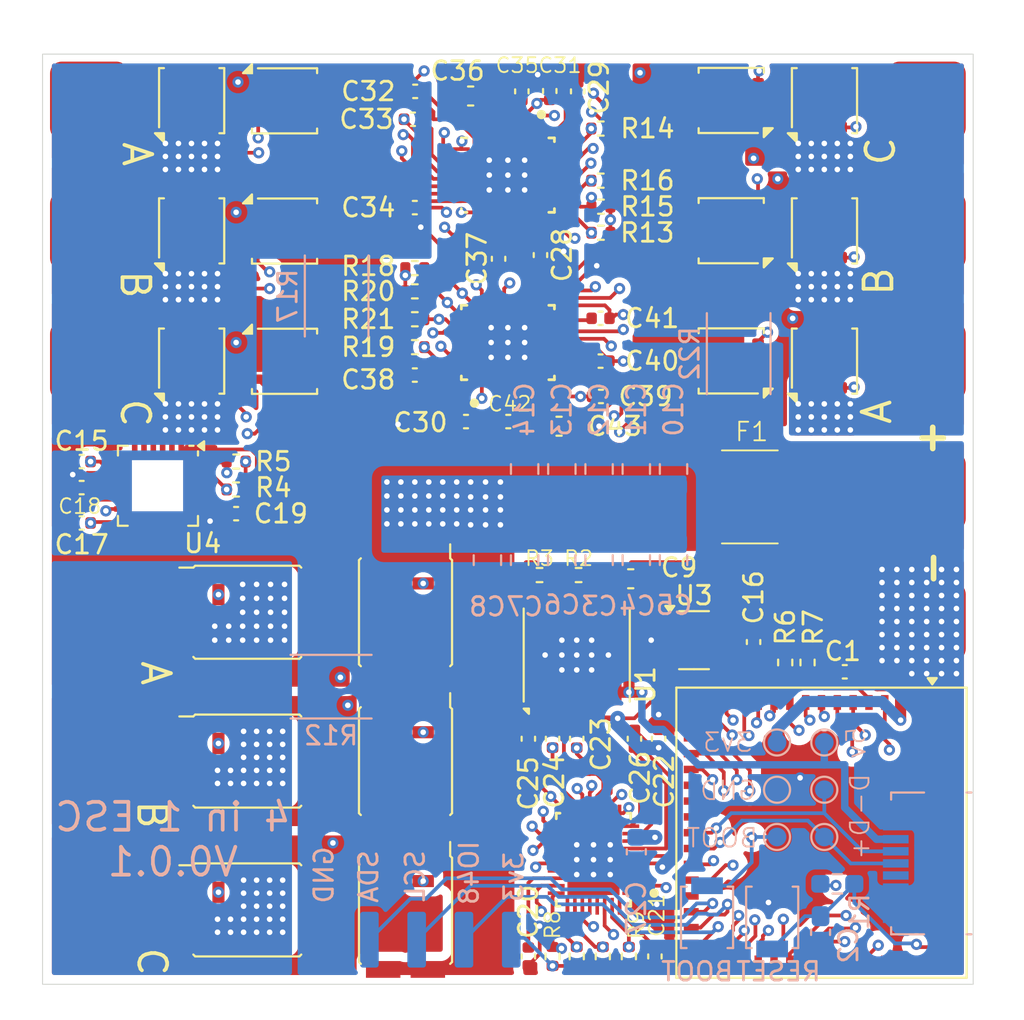
<source format=kicad_pcb>
(kicad_pcb (version 20241229) (generator "pcbnew") (generator_version "9.0")
  (layers (0 "F.Cu" signal) (4 "In1.Cu" signal) (6 "In2.Cu" signal) (2 "B.Cu" signal) (13 "F.Paste" user) (15 "B.Paste" user) (5 "F.SilkS" user "F.Silkscreen") (7 "B.SilkS" user "B.Silkscreen") (1 "F.Mask" user) (3 "B.Mask" user) (25 "Edge.Cuts" user))
  (net 0 "")
  (net 1 "GND")
  (net 2 "/+3v3_esp")
  (net 3 "/ESP_EN")
  (net 4 "/+24v")
  (net 5 "/+5v")
  (net 6 "Net-(U4-REGOUT)")
  (net 7 "Net-(U4-CPOUT)")
  (net 8 "Net-(U5-AVDD)")
  (net 9 "Net-(U5-DVDD)")
  (net 10 "Net-(J4-Pin_1)")
  (net 11 "Net-(U5-BSTA)")
  (net 12 "Net-(J5-Pin_1)")
  (net 13 "Net-(U5-BSTB)")
  (net 14 "Net-(U5-BSTC)")
  (net 15 "Net-(J6-Pin_1)")
  (net 16 "Net-(U5-CPL)")
  (net 17 "Net-(U5-CPH)")
  (net 18 "Net-(U5-GVDD)")
  (net 19 "Net-(U6-AVDD)")
  (net 20 "Net-(U6-DVDD)")
  (net 21 "Net-(U6-BSTA)")
  (net 22 "Net-(J7-Pin_1)")
  (net 23 "Net-(J8-Pin_1)")
  (net 24 "Net-(U6-BSTB)")
  (net 25 "Net-(U6-BSTC)")
  (net 26 "Net-(J9-Pin_1)")
  (net 27 "Net-(U6-CPL)")
  (net 28 "Net-(U6-CPH)")
  (net 29 "Net-(U6-GVDD)")
  (net 30 "Net-(U7-AVDD)")
  (net 31 "Net-(U7-DVDD)")
  (net 32 "Net-(J10-Pin_1)")
  (net 33 "Net-(U7-BSTA)")
  (net 34 "Net-(J11-Pin_1)")
  (net 35 "Net-(U7-BSTB)")
  (net 36 "Net-(U7-BSTC)")
  (net 37 "Net-(J12-Pin_1)")
  (net 38 "Net-(U7-CPH)")
  (net 39 "Net-(U7-CPL)")
  (net 40 "Net-(U7-GVDD)")
  (net 41 "Net-(J1-Pin_1)")
  (net 42 "Net-(Q1-G)")
  (net 43 "Net-(Q2-G)")
  (net 44 "Net-(Q2-S)")
  (net 45 "Net-(Q3-G)")
  (net 46 "Net-(Q4-G)")
  (net 47 "Net-(Q5-G)")
  (net 48 "Net-(Q6-G)")
  (net 49 "Net-(Q7-G)")
  (net 50 "Net-(Q8-G)")
  (net 51 "Net-(U6-LSS)")
  (net 52 "Net-(Q9-G)")
  (net 53 "Net-(Q10-G)")
  (net 54 "Net-(Q11-G)")
  (net 55 "Net-(Q12-G)")
  (net 56 "Net-(Q13-G)")
  (net 57 "Net-(Q14-G)")
  (net 58 "Net-(U7-LSS)")
  (net 59 "Net-(Q15-G)")
  (net 60 "Net-(Q16-G)")
  (net 61 "Net-(Q17-G)")
  (net 62 "Net-(Q18-G)")
  (net 63 "Net-(U1-FB)")
  (net 64 "/SCL4")
  (net 65 "/SDA4")
  (net 66 "/VBAT_REF")
  (net 67 "/FG3")
  (net 68 "/nFault3")
  (net 69 "/SDA3")
  (net 70 "/SCL3")
  (net 71 "/FG1")
  (net 72 "/nFault1")
  (net 73 "/SDA1")
  (net 74 "/SCL1")
  (net 75 "/FG2")
  (net 76 "/nFault2")
  (net 77 "/SDA2")
  (net 78 "/SCL2")
  (net 79 "/ESP_BOOT")
  (net 84 "/BRAKE3")
  (net 85 "/DRV_OFF2")
  (net 86 "/DIR3")
  (net 87 "/DIR2")
  (net 89 "/DIR1")
  (net 91 "/SPEED3")
  (net 93 "/SPEED2")
  (net 94 "/SPEED1")
  (net 95 "/DRV_OFF3")
  (net 96 "/BRAKE2")
  (net 98 "/BRAKE1")
  (net 99 "/DRV_OFF1")
  (net 100 "/GPIO48")
  (net 101 "/MPU_INT")
  (net 125 "/USB_D-")
  (net 126 "/USB_D+")
  (footprint "Capacitor_SMD:C_0402_1005Metric" (layer "F.Cu") (at 62.1 63.3 180)
    (property "Reference" "C18")
    (property "Value" "100nF 6.3v")
  )
  (footprint "Capacitor_SMD:C_0402_1005Metric" (layer "F.Cu") (at 86.1 88.5 -90)
    (property "Reference" "C20")
    (property "Value" "1uF 6.3v")
  )
  (footprint "footprints:WIRE" (layer "F.Cu") (at 107.5 63.5)
    (property "Reference" "J1")
    (property "Value" "VIN")
  )
  (footprint "Capacitor_SMD:C_0402_1005Metric" (layer "F.Cu") (at 86.75 50.8 -90)
    (property "Reference" "C28")
    (property "Value" "1uF 6.3v")
  )
  (footprint "Package_DirectFET:DirectFET_ME" (layer "F.Cu") (at 71 78)
    (property "Reference" "Q4")
    (property "Value" "IRF7480M")
  )
  (footprint "Capacitor_SMD:C_0402_1005Metric" (layer "F.Cu") (at 103.1 73.2 180)
    (property "Reference" "C1")
    (property "Value" "100nF 6.3v")
  )
  (footprint "footprints:WIRE" (layer "F.Cu") (at 62.5 42.5)
    (property "Reference" "J7")
    (property "Value" "WHEEL_1A")
  )
  (footprint "RF_Module:ESP32-S2-MINI-1U" (layer "F.Cu") (at 101.85 81.85 -90)
    (property "Reference" "U2")
    (property "Value" "ESP32-S3-MINI-1U")
  )
  (footprint "Package_DirectFET:DirectFET_ME" (layer "F.Cu") (at 71 86)
    (property "Reference" "Q2")
    (property "Value" "IRF7480M")
  )
  (footprint "Capacitor_SMD:C_0402_1005Metric" (layer "F.Cu") (at 86.1 76.8 -90)
    (property "Reference" "C25")
    (property "Value" "2.2uF 35v")
  )
  (footprint "Resistor_SMD:R_0402_1005Metric" (layer "F.Cu") (at 87.4 88.5 90)
    (property "Reference" "R8")
    (property "Value" "5.1k")
  )
  (footprint "Resistor_SMD:R_0402_1005Metric" (layer "F.Cu") (at 90.1 88.5 90)
    (property "Reference" "R11")
    (property "Value" "5.1k")
  )
  (footprint "footprints:REE0036A-IPC_A" (layer "F.Cu") (at 89.600001 83.3 180)
    (property "Reference" "U5")
    (property "Value" "MCF8329A1IREER")
  )
  (footprint "Capacitor_SMD:C_0402_1005Metric" (layer "F.Cu") (at 88.75 42 90)
    (property "Reference" "C29")
    (property "Value" "1uF 6.3v")
  )
  (footprint "Resistor_SMD:R_0402_1005Metric" (layer "F.Cu") (at 70.4 61.9 180)
    (property "Reference" "R5")
    (property "Value" "10k")
  )
  (footprint "Resistor_SMD:R_0402_1005Metric" (layer "F.Cu") (at 89.990001 44 180)
    (property "Reference" "R14")
    (property "Value" "5.1k")
  )
  (footprint "Capacitor_SMD:C_0402_1005Metric" (layer "F.Cu") (at 80 48.25)
    (property "Reference" "C34")
    (property "Value" "1uF 35v")
  )
  (footprint "Capacitor_SMD:C_0402_1005Metric" (layer "F.Cu") (at 85.02 59.75 180)
    (property "Reference" "C42")
    (property "Value" "470nF 35v")
  )
  (footprint "Resistor_SMD:R_0402_1005Metric" (layer "F.Cu") (at 101.1 72.7 90)
    (property "Reference" "R7")
    (property "Value" "1k")
  )
  (footprint "Resistor_SMD:R_0402_1005Metric" (layer "F.Cu") (at 86.7 68 180)
    (property "Reference" "R3")
    (property "Value" "2.49k")
  )
  (footprint "Resistor_SMD:R_0402_1005Metric" (layer "F.Cu") (at 80 52.75)
    (property "Reference" "R20")
    (property "Value" "5.1k")
  )
  (footprint "Package_DirectFET:DirectFET_ME" (layer "F.Cu") (at 71 70)
    (property "Reference" "Q6")
    (property "Value" "IRF7480M")
  )
  (footprint "footprints:1245HC" (layer "F.Cu") (at 102.5 63.8 180)
    (property "Reference" "F1")
    (property "Value" "1245HC100")
  )
  (footprint "Resistor_SMD:R_0402_1005Metric" (layer "F.Cu") (at 90 48.2 180)
    (property "Reference" "R15")
    (property "Value" "5.1k")
  )
  (footprint "Package_SON:VSON-8_3.3x3.3mm_P0.65mm_NexFET" (layer "F.Cu") (at 68 56.5 90)
    (property "Reference" "Q8")
    (property "Value" "CSD18543Q3A")
  )
  (footprint "Capacitor_SMD:C_0402_1005Metric" (layer "F.Cu") (at 89.98 54.2)
    (property "Reference" "C41")
    (property "Value" "1uF 35v")
  )
  (footprint "Package_SON:VSON-8_3.3x3.3mm_P0.65mm_NexFET" (layer "F.Cu") (at 73 56.5)
    (property "Reference" "Q7")
    (property "Value" "CSD18543Q3A")
  )
  (footprint "footprints:WIRE" (layer "F.Cu") (at 62.5 56.5)
    (property "Reference" "J9")
    (property "Value" "WHEEL_1C")
  )
  (footprint "Package_SON:VSON-8_3.3x3.3mm_P0.65mm_NexFET" (layer "F.Cu") (at 102 56.5 90)
    (property "Reference" "Q18")
    (property "Value" "CSD18543Q3A")
  )
  (footprint "Capacitor_SMD:C_0402_1005Metric" (layer "F.Cu") (at 85.75 42 -90)
    (property "Reference" "C35")
    (property "Value" "470nF 35v")
  )
  (footprint "Resistor_SMD:R_0402_1005Metric" (layer "F.Cu") (at 70.4 63.4 180)
    (property "Reference" "R4")
    (property "Value" "10k")
  )
  (footprint "Capacitor_SMD:C_0402_1005Metric" (layer "F.Cu") (at 84.5 51 90)
    (property "Reference" "C37")
    (property "Value" "1uF 6.3v")
  )
  (footprint "Capacitor_SMD:C_0402_1005Metric" (layer "F.Cu") (at 91.8 76.8 90)
    (property "Reference" "C26")
    (property "Value" "470nF 35v")
  )
  (footprint "footprints:WIRE" (layer "F.Cu") (at 63 78)
    (property "Reference" "J5")
    (property "Value" "WEAPON_B")
  )
  (footprint "Package_SON:VSON-8_3.3x3.3mm_P0.65mm_NexFET" (layer "F.Cu") (at 68 49.5 90)
    (property "Reference" "Q10")
    (property "Value" "CSD18543Q3A")
  )
  (footprint "Capacitor_SMD:C_0402_1005Metric" (layer "F.Cu") (at 82.75 59.75 180)
    (property "Reference" "C30")
    (property "Value" "100nF 35v")
  )
  (footprint "Capacitor_SMD:C_0603_1608Metric" (layer "F.Cu") (at 87.75 60)
    (property "Reference" "C43")
    (property "Value" "10uF 35v")
  )
  (footprint "Package_SON:VSON-8_3.3x3.3mm_P0.65mm_NexFET" (layer "F.Cu") (at 97 56.5 180)
    (property "Reference" "Q17")
    (property "Value" "CSD18543Q3A")
  )
  (footprint "Package_DirectFET:DirectFET_ME" (layer "F.Cu") (at 79.5 78 -90)
    (property "Reference" "Q3")
    (property "Value" "IRF7480M")
  )
  (footprint "Package_DFN_QFN:Texas_B3QFN-14-1EP_5x5.5mm_P0.65mm" (layer "F.Cu") (at 88.7 72.3 90)
    (property "Reference" "U1")
    (property "Value" "TPSM53602RDA")
  )
  (footprint "Resistor_SMD:R_0402_1005Metric" (layer "F.Cu") (at 88.8 68 180)
    (property "Reference" "R2")
    (property "Value" "10k")
  )
  (footprint "Package_SON:VSON-8_3.3x3.3mm_P0.65mm_NexFET" (layer "F.Cu") (at 73 42.5)
    (property "Reference" "Q11")
    (property "Value" "CSD18543Q3A" (hide yes))
  )
  (footprint "Capacitor_SMD:C_0402_1005Metric" (layer "F.Cu") (at 87.4 76.8 -90)
    (property "Reference" "C24")
    (property "Value" "2.2uF 35v")
  )
  (footprint "footprints:REE0036A-IPC_A" (layer "F.Cu") (at 85 46.503031 -90)
    (property "Reference" "U6")
    (property "Value" "MCF8329A1IREER")
  )
  (footprint "Package_SON:VSON-8_3.3x3.3mm_P0.65mm_NexFET" (layer "F.Cu") (at 102 49.5 90)
    (property "Reference" "Q16")
    (property "Value" "CSD18543Q3A")
  )
  (footprint "Resistor_SMD:R_0402_1005Metric" (layer "F.Cu") (at 91.5 88.5 90)
    (property "Reference" "R9")
    (property "Value" "5.1k")
  )
  (footprint "Package_SON:VSON-8_3.3x3.3mm_P0.65mm_NexFET" (layer "F.Cu") (at 68 42.5 90)
    (property "Reference" "Q12")
    (property "Value" "CSD18543Q3A")
  )
  (footprint "Package_SON:VSON-8_3.3x3.3mm_P0.65mm_NexFET" (layer "F.Cu") (at 97 42.5 180)
    (property "Reference" "Q13")
    (property "Value" "CSD18543Q3A")
  )
  (footprint "footprints:WIRE" (layer "F.Cu") (at 63 70)
    (property "Reference" "J4")
    (property "Value" "WEAPON_A")
  )
  (footprint "Capacitor_SMD:C_0402_1005Metric" (layer "F.Cu") (at 80.02 42 180)
    (property "Reference" "C32")
    (property "Value" "1uF 35v")
  )
  (footprint "Resistor_SMD:R_0402_1005Metric" (layer "F.Cu") (at 89.990001 46.8 180)
    (property "Reference" "R16")
    (property "Value" "5.1k")
  )
  (footprint "Capacitor_SMD:C_0402_1005Metric" (layer "F.Cu") (at 90 58.4 180)
    (property "Reference" "C39")
    (property "Value" "1uF 35v")
  )
  (footprint "Capacitor_SMD:C_0402_1005Metric" (layer "F.Cu") (at 98.2 71.6 -90)
    (property "Reference" "C16")
    (property "Value" "1uF 6.3v")
  )
  (footprint "Capacitor_SMD:C_0402_1005Metric" (layer "F.Cu") (at 93.1 76.8 90)
    (property "Reference" "C22")
    (property "Value" "100nF 35v")
  )
  (footprint "Capacitor_SMD:C_0603_1608Metric" (layer "F.Cu") (at 83 42.25 180)
    (property "Reference" "C36")
    (property "Value" "10uF 35v")
  )
  (footprint "Resistor_SMD:R_0402_1005Metric" (layer "F.Cu") (at 80 54.25)
    (property "Reference" "R21")
    (property "Value" "5.1k")
  )
  (footprint "Capacitor_SMD:C_0402_1005Metric" (layer "F.Cu") (at 62.1 61.9 180)
    (property "Reference" "C15")
    (property "Value" "100nF 6.3v")
  )
  (footprint "footprints:REE0036A-IPC_A" (layer "F.Cu") (at 85 55.5 90)
    (property "Reference" "U7")
    (property "Value" "MCF8329A1IREER")
  )
  (footprint "footprints:WIRE" (layer "F.Cu") (at 107.5 56.5)
    (property "Reference" "J10")
    (property "Value" "WHEEL_2A")
  )
  (footprint "Capacitor_SMD:C_0402_1005Metric" (layer "F.Cu") (at 62.1 65.2 180)
    (property "Reference" "C17")
    (property "Value" "10nF 6.3v")
  )
  (footprint "footprints:WIRE" (layer "F.Cu") (at 63 86)
    (property "Reference" "J6")
    (property "Value" "WEAPON_C")
  )
  (footprint "Package_TO_SOT_SMD:SOT-23-5" (layer "F.Cu") (at 95 71.5)
    (property "Reference" "U3")
    (property "Value" "TLV75533PDBV")
  )
  (footprint "Capacitor_SMD:C_0402_1005Metric" (layer "F.Cu") (at 92.9 88.5 -90)
    (property "Reference" "C21")
    (property "Value" "1uF 6.3v")
  )
  (footprint "footprints:WIRE" (layer "F.Cu") (at 62.5 49.5)
    (property "Reference" "J8")
    (property "Value" "WHEEL_1B")
  )
  (footprint "Resistor_SMD:R_0402_1005Metric" (layer "F.Cu") (at 99.9 72.7 -90)
    (property "Reference" "R6")
    (property "Value" "20k")
  )
  (footprint "Package_DirectFET:DirectFET_ME" (layer "F.Cu") (at 79.5 86 -90)
    (property "Reference" "Q1")
    (property "Value" "IRF7480M")
  )
  (footprint "footprints:WIRE" (layer "F.Cu") (at 107.5 42.5)
    (property "Reference" "J12")
    (property "Value" "WHEEL_2C")
  )
  (footprint "Resistor_SMD:R_0402_1005Metric" (layer "F.Cu") (at 88.7 88.5 90)
    (property "Reference" "R10")
    (property "Value" "5.1k")
  )
  (footprint "footprints:WIRE" (layer "F.Cu") (at 107.5 70.5)
    (property "Reference" "J2")
    (property "Value" "GND")
  )
  (footprint "Capacitor_SMD:C_0603_1608Metric" (layer "F.Cu") (at 91.6 68.2)
    (property "Reference" "C9")
    (property "Value" "47uF 6.3v")
  )
  (footprint "Package_SON:VSON-8_3.3x3.3mm_P0.65mm_NexFET" (layer "F.Cu") (at 102 42.5 90)
    (property "Reference" "Q14")
    (property "Value" "CSD18543Q3A")
  )
  (footprint "Capacitor_SMD:C_0402_1005Metric" (layer "F.Cu") (at 88.7 76.8 -90)
    (property "Reference" "C23")
    (property "Value" "2.2uF 35v")
  )
  (footprint "Package_SON:VSON-8_3.3x3.3mm_P0.65mm_NexFET" (layer "F.Cu") (at 97 49.5 180)
    (property "Reference" "Q15")
    (property "Value" "CSD18543Q3A")
  )
  (footprint "Resistor_SMD:R_0402_1005Metric" (layer "F.Cu") (at 80 55.75)
    (property "Reference" "R19")
    (property "Value" "5.1k")
  )
  (footprint "Capacitor_SMD:C_0402_1005Metric" (layer "F.Cu") (at 70.4 64.7)
    (property "Reference" "C19")
    (property "Value" "2.2nF 6.3v")
  )
  (footprint "footprints:WIRE" (layer "F.Cu") (at 107.5 49.5)
    (property "Reference" "J11")
    (property "Value" "WHEEL_2B")
  )
  (footprint "Resistor_SMD:R_0402_1005Metric" (layer "F.Cu") (at 80 51.5)
    (property "Reference" "R18")
    (property "Value" "5.1k")
  )
  (footprint "Capacitor_SMD:C_0402_1005Metric" (layer "F.Cu") (at 87.25 41.98 90)
    (property "Reference" "C31")
    (property "Value" "100nF 35v")
  )
  (footprint "Package_SON:VSON-8_3.3x3.3mm_P0.65mm_NexFET" (layer "F.Cu") (at 73 49.5)
    (property "Reference" "Q9")
    (property "Value" "CSD18543Q3A")
  )
  (footprint "Resistor_SMD:R_0402_1005Metric" (layer "F.Cu") (at 90 49.6 180)
    (property "Reference" "R13")
    (property "Value" "5.1k")
  )
  (footprint "Package_DirectFET:DirectFET_ME" (layer "F.Cu") (at 79.5 70 -90)
    (property "Reference" "Q5")
    (property "Value" "IRF7480M")
  )
  (footprint "Sensor_Motion:InvenSense_QFN-24_4x4mm_P0.5mm" (layer "F.Cu") (at 66.2 63.2 -90)
    (property "Reference" "U4")
    (property "Value" "MPU-6050")
  )
  (footprint "Capacitor_SMD:C_0402_1005Metric" (layer "F.Cu") (at 89.98 56.5)
    (property "Reference" "C40")
    (property "Value" "1uF 35v")
  )
  (footprint "Capacitor_SMD:C_0402_1005Metric" (layer "F.Cu") (at 80 57.25 180)
    (property "Reference" "C38")
    (property "Value" "1uF 6.3v")
  )
  (footprint "Capacitor_SMD:C_0402_1005Metric" (layer "F.Cu") (at 79.9 43.5 180)
    (property "Reference" "C33")
    (property "Value" "1uF 35v")
  )
  (footprint "Resistor_SMD:R_0603_1608Metric_Pad0.98x0.95mm_HandSolder" (layer "B.Cu") (at 102.7 84.6)
    (property "Reference" "R1")
    (property "Value" "10k")
  )
  (footprint "TestPoint:TestPoint_Pad_D1.0mm" (layer "B.Cu") (at 99.46 82.08 180)
    (property "Reference" "TP6")
    (property "Value" "TestPoint")
  )
  (footprint "TestPoint:TestPoint_Pad_D1.0mm" (layer "B.Cu") (at 99.46 79.54 180)
    (property "Reference" "TP5")
    (property "Value" "TestPoint")
  )
  (footprint "Button_Switch_SMD:SW_SPST_B3U-1000P" (layer "B.Cu") (at 99.2 86.4 -90)
    (property "Reference" "SW2")
    (property "Value" "ESP_RESET")
  )
  (footprint "Connector_USB:USB_Micro-B_Molex_47346-0001" (layer "B.Cu") (at 107.3 83.5 -90)
    (property "Reference" "J3")
    (property "Value" "flash")
  )
  (footprint "Resistor_SMD:R_2512_6332Metric" (layer "B.Cu") (at 75.8 53 -90)
    (property "Reference" "R17")
    (property "Value" "0.002 1% 3w")
  )
  (footprint "footprints:signal wire" (layer "B.Cu") (at 80.1 87.6 180)
    (property "Reference" "J13")
    (property "Value" "I2C")
  )
  (footprint "TestPoint:TestPoint_Pad_D1.0mm" (layer "B.Cu") (at 102 79.54 180)
    (property "Reference" "TP4")
    (property "Value" "TestPoint")
  )
  (footprint "Button_Switch_SMD:SW_SPST_B3U-1000P" (layer "B.Cu") (at 95.7 86.4 90)
    (property "Reference" "SW1")
    (property "Value" "ESP_BOOT")
  )
  (footprint "TestPoint:TestPoint_Pad_D1.0mm" (layer "B.Cu") (at 99.46 77 180)
    (property "Reference" "TP2")
    (property "Value" "TestPoint")
  )
  (footprint "Resistor_SMD:R_2512_6332Metric" (layer "B.Cu") (at 75.5 74)
    (property "Reference" "R12")
    (property "Value" "0.001 1% 8w")
  )
  (footprint "Capacitor_SMD:C_0805_2012Metric" (layer "B.Cu") (at 91.9 62.3 90)
    (property "Reference" "C11")
    (property "Value" "22uF")
  )
  (footprint "Capacitor_SMD:C_0603_1608Metric_Pad1.08x0.95mm_HandSolder" (layer "B.Cu") (at 101.8 87.2 -90)
    (property "Reference" "C2")
    (property "Value" "1uF 6.3v")
  )
  (footprint "Capacitor_SMD:C_0805_2012Metric" (layer "B.Cu") (at 87.9 62.3 90)
    (property "Reference" "C13")
    (property "Value" "22uF")
  )
  (footprint "Capacitor_SMD:C_0805_2012Metric" (layer "B.Cu") (at 87.89 67.2 -90)
    (property "Reference" "C6")
    (property "Value" "22uF")
  )
  (footprint "TestPoint:TestPoint_Pad_D1.0mm" (layer "B.Cu") (at 102 82.08 180)
    (property "Reference" "TP3")
    (property "Value" "TestPoint")
  )
  (footprint "Capacitor_SMD:C_0805_2012Metric" (layer "B.Cu") (at 91.9 67.2 -90)
    (property "Reference" "C4")
    (property "Value" "22uF")
  )
  (footprint "Capacitor_SMD:C_0805_2012Metric" (layer "B.Cu") (at 93.9 62.3 90)
    (property "Reference" "C10")
    (property "Value" "22uF")
  )
  (footprint "Capacitor_SMD:C_0805_2012Metric" (layer "B.Cu") (at 85.9 67.2 -90)
    (property "Reference" "C7")
    (property "Value" "22uF")
  )
  (footprint "TestPoint:TestPoint_Pad_D1.0mm" (layer "B.Cu") (at 102 77 180)
    (property "Reference" "TP1")
    (property "Value" "TestPoint")
  )
  (footprint "Capacitor_SMD:C_0805_2012Metric" (layer "B.Cu") (at 83.9 67.2 -90)
    (property "Reference" "C8")
    (property "Value" "22uF")
  )
  (footprint "Capacitor_SMD:C_0603_1608Metric" (layer "B.Cu") (at 91.9 82.875 -90)
    (property "Reference" "C27")
    (property "Value" "10uF 35v")
  )
  (footprint "Capacitor_SMD:C_0805_2012Metric" (layer "B.Cu") (at 89.9 62.3 90)
    (property "Reference" "C12")
    (property "Value" "22uF")
  )
  (footprint "Capacitor_SMD:C_0805_2012Metric" (layer "B.Cu") (at 85.9 62.3 90)
    (property "Reference" "C14")
    (property "Value" "22uF")
  )
  (footprint "Capacitor_SMD:C_0805_2012Metric" (layer "B.Cu") (at 93.9 67.2 -90)
    (property "Reference" "C5")
    (property "Value" "22uF")
  )
  (footprint "Resistor_SMD:R_2512_6332Metric" (layer "B.Cu") (at 97.4 56.1 -90)
    (property "Reference" "R22")
    (property "Value" "0.002 1% 3w")
  )
  (footprint "Capacitor_SMD:C_0805_2012Metric" (layer "B.Cu") (at 89.9 67.2 -90)
    (property "Reference" "C3")
    (property "Value" "22uF")
  )
  (gr_rect (start 60 40) (end 110 90) (stroke (width 0.05)) (fill no) (layer "Edge.Cuts"))
  (gr_text "A" (at 105.7 60 90) (layer "F.SilkS") (effects (font (size 1.5 1.5) (thickness 0.2)) (justify left bottom)))
  (gr_text "C" (at 64.1 58.4 270) (layer "F.SilkS") (effects (font (size 1.5 1.5) (thickness 0.2)) (justify left bottom)))
  (gr_text "C" (at 105.9 46.1 90) (layer "F.SilkS") (effects (font (size 1.5 1.5) (thickness 0.2)) (justify left bottom)))
  (gr_text "-" (at 107.1 66.5 -90) (layer "F.SilkS") (effects (font (size 1.5 1.5) (thickness 0.3) (bold yes)) (justify left bottom)))
  (gr_text "+" (at 106.7 61.4 0) (layer "F.SilkS") (effects (font (size 1.5 1.5) (thickness 0.3) (bold yes)) (justify left bottom)))
  (gr_text "B" (at 64.1 51.5 270) (layer "F.SilkS") (effects (font (size 1.5 1.5) (thickness 0.2)) (justify left bottom)))
  (gr_text "B" (at 105.8 53.1 90) (layer "F.SilkS") (effects (font (size 1.5 1.5) (thickness 0.2)) (justify left bottom)))
  (gr_text "A" (at 64.2 44.6 270) (layer "F.SilkS") (effects (font (size 1.5 1.5) (thickness 0.2)) (justify left bottom)))
  (gr_text "A" (at 65.2 72.5 270) (layer "F.SilkS") (effects (font (size 1.5 1.5) (thickness 0.2)) (justify left bottom)))
  (gr_text "B" (at 65 80 270) (layer "F.SilkS") (effects (font (size 1.5 1.5) (thickness 0.2)) (justify left bottom)))
  (gr_text "C" (at 65 87.9 270) (layer "F.SilkS") (effects (font (size 1.5 1.5) (thickness 0.2)) (justify left bottom)))
  (gr_text "SDA" (at 78.1 82.7 90) (layer "B.SilkS") (effects (font (size 1 1)) (justify left bottom mirror)))
  (gr_text "IO48" (at 83.5 82.2 90) (layer "B.SilkS") (effects (font (size 1 1)) (justify left bottom mirror)))
  (gr_text "BOOT" (at 98.5 82.72 0) (layer "B.SilkS") (effects (font (size 1 1) (thickness 0.1)) (justify left bottom mirror)))
  (gr_text "GND" (at 98.43 80.17 0) (layer "B.SilkS") (effects (font (size 1 1) (thickness 0.1)) (justify left bottom mirror)))
  (gr_text "D-" (at 104.5 78.6 90) (layer "B.SilkS") (effects (font (size 1 1) (thickness 0.1)) (justify left bottom mirror)))
  (gr_text "4 in 1 ESC\nV0.0.1" (at 67 84.3 0) (layer "B.SilkS") (effects (font (size 1.5 1.5) (thickness 0.2)) (justify bottom mirror)))
  (gr_text "3v3" (at 98.21 77.58 0) (layer "B.SilkS") (effects (font (size 1 1) (thickness 0.1)) (justify left bottom mirror)))
  (gr_text "SCL" (at 80.6 82.7 90) (layer "B.SilkS") (effects (font (size 1 1)) (justify left bottom mirror)))
  (gr_text "5v" (at 104.3 76.1 90) (layer "B.SilkS") (effects (font (size 1 1) (thickness 0.1)) (justify left bottom mirror)))
  (gr_text "3v3" (at 85.9 82.8 90) (layer "B.SilkS") (effects (font (size 1 1)) (justify left bottom mirror)))
  (gr_text "D+" (at 104.5 81 90) (layer "B.SilkS") (effects (font (size 1 1) (thickness 0.1)) (justify left bottom mirror)))
  (gr_text "RESET" (at 101.9 89.9 0) (layer "B.SilkS") (effects (font (size 1 1)) (justify left bottom mirror)))
  (gr_text "BOOT" (at 97.2 89.9 0) (layer "B.SilkS") (effects (font (size 1 1)) (justify left bottom mirror)))
  (gr_text "GND" (at 75.7 82.5 90) (layer "B.SilkS") (effects (font (size 1 1)) (justify left bottom mirror)))
  (segment (start 87.59697 83.1) (end 88.5 83.1) (width 0.2) (layer "F.Cu") (net 1))
  (segment (start 86.711 88.369) (end 86.1 88.98) (width 0.2) (layer "F.Cu") (net 1))
  (segment (start 85.599999 44.5) (end 85.599999 45.399999) (width 0.2) (layer "F.Cu") (net 1))
  (segment (start 84.5 50.52) (end 84.799 50.221) (width 0.2) (layer "F.Cu") (net 1))
  (segment (start 71.511 64.069) (end 70.88 64.7) (width 0.2) (layer "F.Cu") (net 1))
  (segment (start 93 85.7) (end 92.399999 85.099999) (width 0.2) (layer "F.Cu") (net 1))
  (segment (start 88.499999 83.899999) (end 88.7 84.1) (width 0.2) (layer "F.Cu") (net 1))
  (segment (start 84.400001 57.503031) (end 84.400001 56.099999) (width 0.2) (layer "F.Cu") (net 1))
  (segment (start 85.2 54.248239) (end 85.197237 54.251002) (width 0.2) (layer "F.Cu") (net 1))
  (segment (start 84.400001 56.099999) (end 85 55.5) (width 0.2) (layer "F.Cu") (net 1))
  (segment (start 88.5 83.1) (end 88.7 83.3) (width 0.2) (layer "F.Cu") (net 1))
  (segment (start 87.59697 83.899999) (end 88.499999 83.899999) (width 0.2) (layer "F.Cu") (net 1))
  (segment (start 85.599999 47.600001) (end 85.9 47.3) (width 0.2) (layer "F.Cu") (net 1))
  (segment (start 88 68.9) (end 88.18 69.08) (width 0.2) (layer "F.Cu") (net 1))
  (segment (start 63.5829 62.95) (end 63.1439 62.511) (width 0.2) (layer "F.Cu") (net 1))
  (segment (start 84.400001 53.496969) (end 84.400001 54.900001) (width 0.2) (layer "F.Cu") (net 1))
  (segment (start 70.88 64.72) (end 70.88 64.7) (width 0.2) (layer "F.Cu") (net 1))
  (segment (start 98.2 72.08) (end 97.78 72.08) (width 0.2) (layer "F.Cu") (net 1))
  (segment (start 94.85 88.85) (end 93.03 88.85) (width 0.2) (layer "F.Cu") (net 1))
  (segment (start 89.48 69.95) (end 89.48 71.48) (width 0.2) (layer "F.Cu") (net 1))
  (segment (start 87.61 50.6) (end 88 50.6) (width 0.2) (layer "F.Cu") (net 1))
  (segment (start 61.62 61.9) (end 61.62 62.6) (width 0.2) (layer "F.Cu") (net 1))
  (segment (start 86.19 68.29) (end 86.8 68.9) (width 0.2) (layer "F.Cu") (net 1))
  (segment (start 89.48 71.48) (end 89.5 71.5) (width 0.2) (layer "F.Cu") (net 1))
  (segment (start 86.6 41.1) (end 86.1 40.6) (width 0.2) (layer "F.Cu") (net 1))
  (segment (start 61.62 65.2) (end 61.62 63.3) (width 0.2) (layer "F.Cu") (net 1))
  (segment (start 85.599999 48.506062) (end 85.599999 47.600001) (width 0.2) (layer "F.Cu") (net 1))
  (segment (start 64.25 63.95) (end 62.27 63.95) (width 0.2) (layer "F.Cu") (net 1))
  (segment (start 64.25 62.95) (end 63.5829 62.95) (width 0.2) (layer "F.Cu") (net 1))
  (segment (start 93.03 88.85) (end 92.9 88.98) (width 0.2) (layer "F.Cu") (net 1))
  (segment (start 93.5 86.2) (end 93.5 87.5) (width 0.2) (layer "F.Cu") (net 1))
  (segment (start 62.27 63.95) (end 61.62 63.3) (width 0.2) (layer "F.Cu") (net 1))
  (segment (start 86.8 68.9) (end 88 68.9) (width 0.2) (layer "F.Cu") (net 1))
  (segment (start 85 54.251002) (end 85 54.300002) (width 0.2) (layer "F.Cu") (net 1))
  (segment (start 61.62 62.6) (end 61.62 63.3) (width 0.2) (layer "F.Cu") (net 1))
  (segment (start 86.799999 44.5) (end 87.2 44.5) (width 0.2) (layer "F.Cu") (net 1))
  (segment (start 85.599999 45.399999) (end 85.9 45.7) (width 0.2) (layer "F.Cu") (net 1))
  (segment (start 90.700001 83.899999) (end 90.5 84.1) (width 0.2) (layer "F.Cu") (net 1))
  (segment (start 71.511 61.56066) (end 71.511 64.069) (width 0.2) (layer "F.Cu") (net 1))
  (segment (start 93.5 87.5) (end 94.85 88.85) (width 0.2) (layer "F.Cu") (net 1))
  (segment (start 86.711 86.879631) (end 86.711 88.369) (width 0.2) (layer "F.Cu") (net 1))
  (segment (start 86.1 40.6) (end 83.875 40.6) (width 0.2) (layer "F.Cu") (net 1))
  (segment (start 69 65.1) (end 69.3 65.4) (width 0.2) (layer "F.Cu") (net 1))
  (segment (start 86.19 68) (end 86.19 68.29) (width 0.2) (layer "F.Cu") (net 1))
  (segment (start 92.399999 85.099999) (end 91.603032 85.099999) (width 0.2) (layer "F.Cu") (net 1))
  (segment (start 87.2 44.5) (end 88.1 43.6) (width 0.2) (layer "F.Cu") (net 1))
  (segment (start 93 85.7) (end 93.5 86.2) (width 0.2) (layer "F.Cu") (net 1))
  (segment (start 91.603032 83.899999) (end 90.700001 83.899999) (width 0.2) (layer "F.Cu") (net 1))
  (segment (start 84.799 50.221) (end 84.799 48.674163) (width 0.2) (layer "F.Cu") (net 1))
  (segment (start 84.8 47.5) (end 85 47.3) (width 0.2) (layer "F.Cu") (net 1))
  (segment (start 82.27 58.83) (end 82.27 59.75) (width 0.2) (layer "F.Cu") (net 1))
  (segment (start 67.45 61.25) (end 71.20034 61.25) (width 0.2) (layer "F.Cu") (net 1))
  (segment (start 86.93 51.28) (end 87.61 50.6) (width 0.2) (layer "F.Cu") (net 1))
  (segment (start 101.1 72.19) (end 100.529 71.619) (width 0.2) (layer "F.Cu") (net 1))
  (segment (start 67.45 65.15) (end 67.5 65.1) (width 0.2) (layer "F.Cu") (net 1))
  (segment (start 83.875 40.6) (end 82.225 42.25) (width 0.2) (layer "F.Cu") (net 1))
  (segment (start 88.75 41.52) (end 88.1 41.52) (width 0.2) (layer "F.Cu") (net 1))
  (segment (start 87.27 41.52) (end 87.25 41.5) (width 0.2) (layer "F.Cu") (net 1))
  (segment (start 88.18 69.08) (end 88.18 69.95) (width 0.2) (layer "F.Cu") (net 1))
  (segment (start 71.20034 61.25) (end 71.511 61.56066) (width 0.2) (layer "F.Cu") (net 1))
  (segment (start 88.1 41.52) (end 87.27 41.52) (width 0.2) (layer "F.Cu") (net 1))
  (segment (start 85.2 53.496969) (end 85.2 54.248239) (width 0.2) (layer "F.Cu") (net 1))
  (segment (start 97.78 72.08) (end 97.2 71.5) (width 0.2) (layer "F.Cu") (net 1))
  (segment (start 86.75 51.28) (end 86.93 51.28) (width 0.2) (layer "F.Cu") (net 1))
  (segment (start 84.8 48.506062) (end 84.8 47.5) (width 0.2) (layer "F.Cu") (net 1))
  (segment (start 100.529 71.619) (end 98.661 71.619) (width 0.2) (layer "F.Cu") (net 1))
  (segment (start 67.5 65.1) (end 69 65.1) (width 0.2) (layer "F.Cu") (net 1))
  (segment (start 86.699999 86.86863) (end 86.711 86.879631) (width 0.2) (layer "F.Cu") (net 1))
  (segment (start 62.409 62.511) (end 61.62 63.3) (width 0.2) (layer "F.Cu") (net 1))
  (segment (start 97.2 71.5) (end 93.8625 71.5) (width 0.2) (layer "F.Cu") (net 1))
  (segment (start 98.661 71.619) (end 98.2 72.08) (width 0.2) (layer "F.Cu") (net 1))
  (segment (start 88.1 43.6) (end 88.1 41.52) (width 0.2) (layer "F.Cu") (net 1))
  (segment (start 83.200001 57.899999) (end 82.27 58.83) (width 0.2) (layer "F.Cu") (net 1))
  (segment (start 69.3 65.4) (end 70.2 65.4) (width 0.2) (layer "F.Cu") (net 1))
  (segment (start 84.400001 54.900001) (end 85 55.5) (width 0.2) (layer "F.Cu") (net 1))
  (segment (start 83.200001 57.503031) (end 83.200001 57.899999) (width 0.2) (layer "F.Cu") (net 1))
  (segment (start 89.48 69.95) (end 88.18 69.95) (width 0.2) (layer "F.Cu") (net 1))
  (segment (start 88.18 74.65) (end 88.18 73.38) (width 0.2) (layer "F.Cu") (net 1))
  (segment (start 70.2 65.4) (end 70.88 64.72) (width 0.2) (layer "F.Cu") (net 1))
  (segment (start 63.1439 62.511) (end 62.409 62.511) (width 0.2) (layer "F.Cu") (net 1))
  (via (at 69 65.1) (size 0.6) (drill 0.3) (layers "F.Cu" "B.Cu") (net 1))
  (via (at 105.1 71.2) (size 0.6) (drill 0.3) (layers "F.Cu" "B.Cu") (net 1))
  (via (at 106.7 71.9) (size 0.6) (drill 0.3) (layers "F.Cu" "B.Cu") (net 1))
  (via (at 61.62 62.6) (size 0.6) (drill 0.3) (layers "F.Cu" "B.Cu") (net 1))
  (via (at 88.7 83.3) (size 0.6) (drill 0.3) (layers "F.Cu" "B.Cu") (net 1))
  (via (at 87 72.3) (size 0.6) (drill 0.3) (layers "F.Cu" "B.Cu") (net 1))
  (via (at 108.3 71.2) (size 0.6) (drill 0.3) (layers "F.Cu" "B.Cu") (net 1))
  (via (at 84.1 54.7) (size 0.6) (drill 0.3) (layers "F.Cu" "B.Cu") (net 1))
  (via (at 105.1 71.9) (size 0.6) (drill 0.3) (layers "F.Cu" "B.Cu") (net 1))
  (via (at 79.1 59.9) (size 0.6) (drill 0.3) (layers "F.Cu" "B.Cu") (net 1))
  (via (at 105.9 69.8) (size 0.6) (drill 0.3) (layers "F.Cu" "B.Cu") (net 1))
  (via (at 89.5 71.5) (size 0.6) (drill 0.3) (layers "F.Cu" "B.Cu") (net 1))
  (via (at 105.1 69.8) (size 0.6) (drill 0.3) (layers "F.Cu" "B.Cu") (net 1))
  (via (at 109.1 68.4) (size 0.6) (drill 0.3) (layers "F.Cu" "B.Cu") (net 1))
  (via (at 87.9 73.1) (size 0.6) (drill 0.3) (layers "F.Cu" "B.Cu") (net 1))
  (via (at 88.7 72.3) (size 0.6) (drill 0.3) (layers "F.Cu" "B.Cu") (net 1))
  (via (at 109.1 69.1) (size 0.6) (drill 0.3) (layers "F.Cu" "B.Cu") (net 1))
  (via (at 105.9 70.5) (size 0.6) (drill 0.3) (layers "F.Cu" "B.Cu") (net 1))
  (via (at 88.7 84.1) (size 0.6) (drill 0.3) (layers "F.Cu" "B.Cu") (net 1))
  (via (at 106.7 72.6) (size 0.6) (drill 0.3) (layers "F.Cu" "B.Cu") (net 1))
  (via (at 107.5 69.1) (size 0.6) (drill 0.3) (layers "F.Cu" "B.Cu") (net 1))
  (via (at 105.9 71.9) (size 0.6) (drill 0.3) (layers "F.Cu" "B.Cu") (net 1))
  (via (at 105.1 69.1) (size 0.6) (drill 0.3) (layers "F.Cu" "B.Cu") (net 1))
  (via (at 86.699999 86.86863) (size 0.6) (drill 0.3) (layers "F.Cu" "B.Cu") (net 1))
  (via (at 89.5 73.1) (size 0.6) (drill 0.3) (layers "F.Cu" "B.Cu") (net 1))
  (via (at 105.9 68.4) (size 0.6) (drill 0.3) (layers "F.Cu" "B.Cu") (net 1))
  (via (at 106.7 67.7) (size 0.6) (drill 0.3) (layers "F.Cu" "B.Cu") (net 1))
  (via (at 93 85.7) (size 0.6) (drill 0.3) (layers "F.Cu" "B.Cu") (net 1))
  (via (at 109.1 73.3) (size 0.6) (drill 0.3) (layers "F.Cu" "B.Cu") (net 1))
  (via (at 88.7 73.1) (size 0.6) (drill 0.3) (layers "F.Cu" "B.Cu") (net 1))
  (via (at 109.1 71.2) (size 0.6) (drill 0.3) (layers "F.Cu" "B.Cu") (net 1))
  (via (at 106.7 73.3) (size 0.6) (drill 0.3) (layers "F.Cu" "B.Cu") (net 1))
  (via (at 85.9 55.5) (size 0.6) (drill 0.3) (layers "F.Cu" "B.Cu") (net 1))
  (via (at 107.5 73.3) (size 0.6) (drill 0.3) (layers "F.Cu" "B.Cu") (net 1))
  (via (at 107.5 68.4) (size 0.6) (drill 0.3) (layers "F.Cu" "B.Cu") (net 1))
  (via (at 108.3 70.5) (size 0.6) (drill 0.3) (layers "F.Cu" "B.Cu") (net 1))
  (via (at 108.3 73.3) (size 0.6) (drill 0.3) (layers "F.Cu" "B.Cu") (net 1))
  (via (at 85.9 47.3) (size 0.6) (drill 0.3) (layers "F.Cu" "B.Cu") (net 1))
  (via (at 92.7 71.5) (size 0.6) (drill 0.3) (layers "F.Cu" "B.Cu") (net 1))
  (via (at 89.600001 83.3) (size 0.6) (drill 0.3) (layers "F.Cu" "B.Cu") (net 1))
  (via (at 85.9 54.7) (size 0.6) (drill 0.3) (layers "F.Cu" "B.Cu") (net 1))
  (via (at 109.1 71.9) (size 0.6) (drill 0.3) (layers "F.Cu" "B.Cu") (net 1))
  (via (at 89.9 60) (size 0.6) (drill 0.3) (layers "F.Cu" "B.Cu") (net 1))
  (via (at 88 50.6) (size 0.6) (drill 0.3) (layers "F.Cu" "B.Cu") (net 1))
  (via (at 85.9 45.7) (size 0.6) (drill 0.3) (layers "F.Cu" "B.Cu") (net 1))
  (via (at 106.7 71.2) (size 0.6) (drill 0.3) (layers "F.Cu" "B.Cu") (net 1))
  (via (at 107.5 72.6) (size 0.6) (drill 0.3) (layers "F.Cu" "B.Cu") (net 1))
  (via (at 85 55.5) (size 0.6) (drill 0.3) (layers "F.Cu" "B.Cu") (net 1))
  (via (at 89.5 72.3) (size 0.6) (drill 0.3) (layers "F.Cu" "B.Cu") (net 1))
  (via (at 109.1 67.7) (size 0.6) (drill 0.3) (layers "F.Cu" "B.Cu") (net 1))
  (via (at 84 47.3) (size 0.6) (drill 0.3) (layers "F.Cu" "B.Cu") (net 1))
  (via (at 105.9 72.6) (size 0.6) (drill 0.3) (layers "F.Cu" "B.Cu") (net 1))
  (via (at 105.1 72.6) (size 0.6) (drill 0.3) (layers "F.Cu" "B.Cu") (net 1))
  (via (at 86.6 41.1) (size 0.6) (drill 0.3) (layers "F.Cu" "B.Cu") (net 1))
  (via (at 85 45.7) (size 0.6) (drill 0.3) (layers "F.Cu" "B.Cu") (net 1))
  (via (at 90.5 84.1) (size 0.6) (drill 0.3) (layers "F.Cu" "B.Cu") (net 1))
  (via (at 87.9 71.5) (size 0.6) (drill 0.3) (layers "F.Cu" "B.Cu") (net 1))
  (via (at 109.1 69.8) (size 0.6) (drill 0.3) (layers "F.Cu" "B.Cu") (net 1))
  (via (at 85 47.3) (size 0.6) (drill 0.3) (layers "F.Cu" "B.Cu") (net 1))
  (via (at 108.3 69.1) (size 0.6) (drill 0.3) (layers "F.Cu" "B.Cu") (net 1))
  (via (at 105.1 68.4) (size 0.6) (drill 0.3) (layers "F.Cu" "B.Cu") (net 1))
  (via (at 100.7 78.9) (size 0.6) (drill 0.3) (layers "F.Cu" "B.Cu") (net 1))
  (via (at 106.7 69.1) (size 0.6) (drill 0.3) (layers "F.Cu" "B.Cu") (net 1))
  (via (at 89.6 82.5) (size 0.6) (drill 0.3) (layers "F.Cu" "B.Cu") (net 1))
  (via (at 105.9 71.2) (size 0.6) (drill 0.3) (layers "F.Cu" "B.Cu") (net 1))
  (via (at 106.7 68.4) (size 0.6) (drill 0.3) (layers "F.Cu" "B.Cu") (net 1))
  (via (at 107.5 71.2) (size 0.6) (drill 0.3) (layers "F.Cu" "B.Cu") (net 1))
  (via (at 85 54.7) (size 0.6) (drill 0.3) (layers "F.Cu" "B.Cu") (net 1))
  (via (at 87.9 72.3) (size 0.6) (drill 0.3) (layers "F.Cu" "B.Cu") (net 1))
  (via (at 105.1 67.7) (size 0.6) (drill 0.3) (layers "F.Cu" "B.Cu") (net 1))
  (via (at 84.1 55.5) (size 0.6) (drill 0.3) (layers "F.Cu" "B.Cu") (net 1))
  (via (at 93.1 75.5) (size 0.6) (drill 0.3) (layers "F.Cu" "B.Cu") (net 1))
  (via (at 84 46.5) (size 0.6) (drill 0.3) (layers "F.Cu" "B.Cu") (net 1))
  (via (at 84 45.7) (size 0.6) (drill 0.3) (layers "F.Cu" "B.Cu") (net 1))
  (via (at 84.1 56.3) (size 0.6) (drill 0.3) (layers "F.Cu" "B.Cu") (net 1))
  (via (at 107.5 67.7) (size 0.6) (drill 0.3) (layers "F.Cu" "B.Cu") (net 1))
  (via (at 85 56.3) (size 0.6) (drill 0.3) (layers "F.Cu" "B.Cu") (net 1))
  (via (at 108.3 67.7) (size 0.6) (drill 0.3) (layers "F.Cu" "B.Cu") (net 1))
  (via (at 107.5 71.9) (size 0.6) (drill 0.3) (layers "F.Cu" "B.Cu") (net 1))
  (via (at 107.5 70.5) (size 0.6) (drill 0.3) (layers "F.Cu" "B.Cu") (net 1))
  (via (at 85 46.503031) (size 0.6) (drill 0.3) (layers "F.Cu" "B.Cu") (net 1))
  (via (at 88.7 71.5) (size 0.6) (drill 0.3) (layers "F.Cu" "B.Cu") (net 1))
  (via (at 105.1 70.5) (size 0.6) (drill 0.3) (layers "F.Cu" "B.Cu") (net 1))
  (via (at 109.1 70.5) (size 0.6) (drill 0.3) (layers "F.Cu" "B.Cu") (net 1))
  (via (at 105.9 69.1) (size 0.6) (drill 0.3) (layers "F.Cu" "B.Cu") (net 1))
  (via (at 109.1 72.6) (size 0.6) (drill 0.3) (layers "F.Cu" "B.Cu") (net 1))
  (via (at 90.5 83.3) (size 0.6) (drill 0.3) (layers "F.Cu" "B.Cu") (net 1))
  (via (at 106.7 69.8) (size 0.6) (drill 0.3) (layers "F.Cu" "B.Cu") (net 1))
  (via (at 108.3 72.6) (size 0.6) (drill 0.3) (layers "F.Cu" "B.Cu") (net 1))
  (via (at 105.9 67.7) (size 0.6) (drill 0.3) (layers "F.Cu" "B.Cu") (net 1))
  (via (at 108.3 68.4) (size 0.6) (drill 0.3) (layers "F.Cu" "B.Cu") (net 1))
  (via (at 85.9 46.5) (size 0.6) (drill 0.3) (layers "F.Cu" "B.Cu") (net 1))
  (via (at 108.3 69.8) (size 0.6) (drill 0.3) (layers "F.Cu" "B.Cu") (net 1))
  (via (at 106.7 70.5) (size 0.6) (drill 0.3) (layers "F.Cu" "B.Cu") (net 1))
  (via (at 99 85.6) (size 0.6) (drill 0.3) (layers "F.Cu" "B.Cu") (net 1))
  (via (at 107.5 69.8) (size 0.6) (drill 0.3) (layers "F.Cu" "B.Cu") (net 1))
  (via (at 89.6 84.1) (size 0.6) (drill 0.3) (layers "F.Cu" "B.Cu") (net 1))
  (via (at 108.3 71.9) (size 0.6) (drill 0.3) (layers "F.Cu" "B.Cu") (net 1))
  (via (at 88.7 82.5) (size 0.6) (drill 0.3) (layers "F.Cu" "B.Cu") (net 1))
  (via (at 85.9 56.3) (size 0.6) (drill 0.3) (layers "F.Cu" "B.Cu") (net 1))
  (via (at 90.4 72.3) (size 0.6) (drill 0.3) (layers "F.Cu" "B.Cu") (net 1))
  (via (at 90.5 82.5) (size 0.6) (drill 0.3) (layers "F.Cu" "B.Cu") (net 1))
  (segment (start 94.3 84.198) (end 95.2 83.298) (width 0.2) (layer "B.Cu") (net 1))
  (segment (start 94.3 85.2) (end 94.3 84.198) (width 0.2) (layer "B.Cu") (net 1))
  (segment (start 93 85.7) (end 93.1 85.8) (width 0.2) (layer "B.Cu") (net 1))
  (segment (start 93.7 85.8) (end 94.3 85.2) (width 0.2) (layer "B.Cu") (net 1))
  (segment (start 98.7 80.3) (end 99.46 79.54) (width 0.2) (layer "B.Cu") (net 1))
  (segment (start 93.1 85.8) (end 93.7 85.8) (width 0.2) (layer "B.Cu") (net 1))
  (segment (start 96.2 80.3) (end 98.7 80.3) (width 0.2) (layer "B.Cu") (net 1))
  (segment (start 95.2 81.3) (end 96.2 80.3) (width 0.2) (layer "B.Cu") (net 1))
  (segment (start 105.79 80.85) (end 105.74 80.8) (width 0.2) (layer "B.Cu") (net 1))
  (segment (start 95.2 83.298) (end 95.2 81.3) (width 0.2) (layer "B.Cu") (net 1))
  (segment (start 90.500001 44) (end 90.482794 44) (width 0.2) (layer "F.Cu") (net 2))
  (segment (start 98.310058 71.12) (end 98.2 71.12) (width 0.6) (layer "F.Cu") (net 2))
  (segment (start 79.49 54.25) (end 79.49 52.75) (width 0.2) (layer "F.Cu") (net 2))
  (segment (start 79.49 51.89) (end 79.49 52.75) (width 0.2) (layer "F.Cu") (net 2))
  (segment (start 89.682794 43.2) (end 89.6 43.2) (width 0.2) (layer "F.Cu") (net 2))
  (segment (start 106.1 75.8) (end 106.1 74.85) (width 0.6) (layer "F.Cu") (net 2))
  (segment (start 62.58 61.9) (end 63.1 61.9) (width 0.2) (layer "F.Cu") (net 2))
  (segment (start 87.4 89.01) (end 91.5 89.01) (width 0.2) (layer "F.Cu") (net 2))
  (segment (start 63.65 62.45) (end 64.25 62.45) (width 0.2) (layer "F.Cu") (net 2))
  (segment (start 90.500001 47) (end 90.51 47.009999) (width 0.2) (layer "F.Cu") (net 2))
  (segment (start 64.95 65.15) (end 62.63 65.15) (width 0.2) (layer "F.Cu") (net 2))
  (segment (start 104.849 73.949) (end 104.1 73.2) (width 0.6) (layer "F.Cu") (net 2))
  (segment (start 90.500001 44) (end 90.500001 46.8) (width 0.2) (layer "F.Cu") (net 2))
  (segment (start 89.6 43.2) (end 89.5 43.1) (width 0.2) (layer "F.Cu") (net 2))
  (segment (start 97.63 70.55) (end 96.1375 70.55) (width 0.6) (layer "F.Cu") (net 2))
  (segment (start 70.91 63.4) (end 70.91 61.9) (width 0.2) (layer "F.Cu") (net 2))
  (segment (start 98.412058 71.018) (end 98.310058 71.12) (width 0.6) (layer "F.Cu") (net 2))
  (segment (start 103.58 73.2) (end 103.58 72.090001) (width 0.6) (layer "F.Cu") (net 2))
  (segment (start 106.1 74.8) (end 106.1 73.949) (width 0.6) (layer "F.Cu") (net 2))
  (segment (start 98.2 71.12) (end 97.63 70.55) (width 0.6) (layer "F.Cu") (net 2))
  (segment (start 63.1 61.9) (end 63.65 62.45) (width 0.2) (layer "F.Cu") (net 2))
  (segment (start 62.63 65.15) (end 62.58 65.2) (width 0.2) (layer "F.Cu") (net 2))
  (segment (start 90.482794 44) (end 89.682794 43.2) (width 0.2) (layer "F.Cu") (net 2))
  (segment (start 90.51 48.9) (end 90.51 49.6) (width 0.2) (layer "F.Cu") (net 2))
  (segment (start 102.507999 71.018) (end 98.412058 71.018) (width 0.6) (layer "F.Cu") (net 2))
  (segment (start 104.1 73.2) (end 103.58 73.2) (width 0.6) (layer "F.Cu") (net 2))
  (segment (start 79.49 55.75) (end 79.49 54.25) (width 0.2) (layer "F.Cu") (net 2))
  (segment (start 106.1 73.949) (end 104.849 73.949) (width 0.6) (layer "F.Cu") (net 2))
  (segment (start 103.58 72.090001) (end 102.507999 71.018) (width 0.6) (layer "F.Cu") (net 2))
  (segment (start 90.51 47.009999) (end 90.51 48.9) (width 0.2) (layer "F.Cu") (net 2))
  (via (at 89.5 43.1) (size 0.6) (drill 0.3) (layers "F.Cu" "B.Cu") (net 2))
  (via (at 90.51 48.9) (size 0.6) (drill 0.3) (layers "F.Cu" "B.Cu") (net 2))
  (via (at 106.1 75.8) (size 0.6) (drill 0.3) (layers "F.Cu" "B.Cu") (net 2))
  (via (at 102.625 84.683311) (size 0.6) (drill 0.3) (layers "F.Cu" "B.Cu") (net 2))
  (via (at 70.91 61.9) (size 0.6) (drill 0.3) (layers "F.Cu" "B.Cu") (net 2))
  (via (at 62.58 65.2) (size 0.6) (drill 0.3) (layers "F.Cu" "B.Cu") (net 2))
  (via (at 62.58 61.9) (size 0.6) (drill 0.3) (layers "F.Cu" "B.Cu") (net 2))
  (via (at 87.4 89.01) (size 0.6) (drill 0.3) (layers "F.Cu" "B.Cu") (net 2))
  (via (at 79.49 51.89) (size 0.6) (drill 0.3) (layers "F.Cu" "B.Cu") (net 2))
  (segment (start 87.4 89.01) (end 85.89 87.5) (width 0.2) (layer "B.Cu") (net 2))
  (segment (start 105.1 74.8) (end 106.1 75.8) (width 0.6) (layer "B.Cu") (net 2))
  (segment (start 85.89 87.5) (end 85.28 87.5) (width 0.2) (layer "B.Cu") (net 2))
  (segment (start 99.46 77) (end 99.46 76.307214) (width 0.6) (layer "B.Cu") (net 2))
  (segment (start 102.625 84.683311) (end 102.618311 84.69) (width 0.2) (layer "B.Cu") (net 2))
  (segment (start 99.46 76.307214) (end 100.967214 74.8) (width 0.6) (layer "B.Cu") (net 2))
  (segment (start 102.618311 84.69) (end 101.7 84.69) (width 0.2) (layer "B.Cu") (net 2))
  (segment (start 85.28 87.5) (end 85.18 87.6) (width 0.2) (layer "B.Cu") (net 2))
  (segment (start 100.967214 74.8) (end 105.1 74.8) (width 0.6) (layer "B.Cu") (net 2))
  (segment (start 107.7 88) (end 107.8 88.1) (width 0.2) (layer "F.Cu") (net 3))
  (segment (start 107.8 88.1) (end 107.8 88.85) (width 0.2) (layer "F.Cu") (net 3))
  (segment (start 106.95 87.85) (end 107.1 88) (width 0.2) (layer "F.Cu") (net 3))
  (segment (start 107.1 88) (end 107.7 88) (width 0.2) (layer "F.Cu") (net 3))
  (via (at 106.95 87.85) (size 0.6) (drill 0.3) (layers "F.Cu" "B.Cu") (net 3))
  (segment (start 106.9 87.8) (end 105.8 87.8) (width 0.2) (layer "B.Cu") (net 3))
  (segment (start 100.9625 86.3375) (end 99.2 88.1) (width 0.2) (layer "B.Cu") (net 3))
  (segment (start 101.875 86.3375) (end 103.6125 84.6) (width 0.2) (layer "B.Cu") (net 3))
  (segment (start 105.8 87.8) (end 103.6125 85.6125) (width 0.2) (layer "B.Cu") (net 3))
  (segment (start 101.8 86.3375) (end 101.875 86.3375) (width 0.2) (layer "B.Cu") (net 3))
  (segment (start 106.95 87.85) (end 106.9 87.8) (width 0.2) (layer "B.Cu") (net 3))
  (segment (start 101.8 86.3375) (end 100.9625 86.3375) (width 0.2) (layer "B.Cu") (net 3))
  (segment (start 103.6125 85.6125) (end 103.6125 84.6) (width 0.2) (layer "B.Cu") (net 3))
  (segment (start 86.905 74.65) (end 86.555 74.3) (width 0.3) (layer "F.Cu") (net 4))
  (segment (start 86.549678 42.650322) (end 86.1 43.1) (width 0.2) (layer "F.Cu") (net 4))
  (segment (start 86.1 43.1) (end 85.84873 43.1) (width 0.2) (layer "F.Cu") (net 4))
  (segment (start 84.8 57.503031) (end 84.8 58.4) (width 0.2) (layer "F.Cu") (net 4))
  (segment (start 85.84873 43.1) (end 85.2 43.74873) (width 0.2) (layer "F.Cu") (net 4))
  (segment (start 91.8 75.7) (end 90.9 75.7) (width 0.2) (layer "F.Cu") (net 4))
  (segment (start 94.3 73.2) (end 91.8 75.7) (width 0.2) (layer "F.Cu") (net 4))
  (segment (start 86.750049 42.46) (end 86.559727 42.650322) (width 0.2) (layer "F.Cu") (net 4))
  (segment (start 87.25 42.46) (end 86.750049 42.46) (width 0.2) (layer "F.Cu") (net 4))
  (segment (start 99.9 72.19) (end 98.89 73.2) (width 0.2) (layer "F.Cu") (net 4))
  (segment (start 86.9 75.5) (end 86.555 75.155) (width 0.3) (layer "F.Cu") (net 4))
  (segment (start 83.23 62.77) (end 83 63) (width 0.2) (layer "F.Cu") (net 4))
  (segment (start 83.45 59.75) (end 83.23 59.75) (width 0.2) (layer "F.Cu") (net 4))
  (segment (start 85.2 43.74873) (end 85.2 44.5) (width 0.2) (layer "F.Cu") (net 4))
  (segment (start 98.89 73.2) (end 94.3 73.2) (width 0.2) (layer "F.Cu") (net 4))
  (segment (start 90.9 75.7) (end 90 75.7) (width 0.3) (layer "F.Cu") (net 4))
  (segment (start 83.23 59.75) (end 83.23 62.77) (width 0.2) (layer "F.Cu") (net 4))
  (segment (start 84.8 58.4) (end 83.45 59.75) (width 0.2) (layer "F.Cu") (net 4))
  (segment (start 89.8 75.5) (end 86.9 75.5) (width 0.3) (layer "F.Cu") (net 4))
  (segment (start 87.53 74.65) (end 86.905 74.65) (width 0.3) (layer "F.Cu") (net 4))
  (segment (start 90 75.7) (end 89.8 75.5) (width 0.3) (layer "F.Cu") (net 4))
  (segment (start 93.1 83.5) (end 93.3 83.7) (width 0.2) (layer "F.Cu") (net 4))
  (segment (start 86.559727 42.650322) (end 86.549678 42.650322) (width 0.2) (layer "F.Cu") (net 4))
  (segment (start 91.603032 83.5) (end 93.1 83.5) (width 0.2) (layer "F.Cu") (net 4))
  (segment (start 86.555 75.155) (end 86.555 74.3) (width 0.3) (layer "F.Cu") (net 4))
  (via (at 82.25 63) (size 0.6) (drill 0.3) (layers "F.Cu" "B.Cu") (net 4))
  (via (at 83.8 63.8) (size 0.6) (drill 0.3) (layers "F.Cu" "B.Cu") (net 4))
  (via (at 83 63.8) (size 0.6) (drill 0.3) (layers "F.Cu" "B.Cu") (net 4))
  (via (at 84.6 64.5) (size 0.6) (drill 0.3) (layers "F.Cu" "B.Cu") (net 4))
  (via (at 84.6 65.3) (size 0.6) (drill 0.3) (layers "F.Cu" "B.Cu") (net 4))
  (via (at 84.6 63.8) (size 0.6) (drill 0.3) (layers "F.Cu" "B.Cu") (net 4))
  (via (at 78.5 65.25) (size 0.6) (drill 0.3) (layers "F.Cu" "B.Cu") (net 4))
  (via (at 80 64.5) (size 0.6) (drill 0.3) (layers "F.Cu" "B.Cu") (net 4))
  (via (at 79.25 65.25) (size 0.6) (drill 0.3) (layers "F.Cu" "B.Cu") (net 4))
  (via (at 80.75 63) (size 0.6) (drill 0.3) (layers "F.Cu" "B.Cu") (net 4))
  (via (at 79.25 64.5) (size 0.6) (drill 0.3) (layers "F.Cu" "B.Cu") (net 4))
  (via (at 80.75 64.5) (size 0.6) (drill 0.3) (layers "F.Cu" "B.Cu") (net 4))
  (via (at 79.25 63) (size 0.6) (drill 0.3) (layers "F.Cu" "B.Cu") (net 4))
  (via (at 83.8 64.5) (size 0.6) (drill 0.3) (layers "F.Cu" "B.Cu") (net 4))
  (via (at 80 63.75) (size 0.6) (drill 0.3) (layers "F.Cu" "B.Cu") (net 4))
  (via (at 81.5 64.5) (size 0.6) (drill 0.3) (layers "F.Cu" "B.Cu") (net 4))
  (via (at 80.75 63.75) (size 0.6) (drill 0.3) (layers "F.Cu" "B.Cu") (net 4))
  (via (at 79.25 63.75) (size 0.6) (drill 0.3) (layers "F.Cu" "B.Cu") (net 4))
  (via (at 92.1 41) (size 0.6) (drill 0.3) (layers "F.Cu" "B.Cu") (net 4))
  (via (at 82.25 63.75) (size 0.6) (drill 0.3) (layers "F.Cu" "B.Cu") (net 4))
  (via (at 93.3 83.7) (size 0.6) (drill 0.3) (layers "F.Cu" "B.Cu") (net 4))
  (via (at 82.25 65.25) (size 0.6) (drill 0.3) (layers "F.Cu" "B.Cu") (net 4))
  (via (at 81.5 63.75) (size 0.6) (drill 0.3) (layers "F.Cu" "B.Cu") (net 4))
  (via (at 80 63) (size 0.6) (drill 0.3) (layers "F.Cu" "B.Cu") (net 4))
  (via (at 83 64.5) (size 0.6) (drill 0.3) (layers "F.Cu" "B.Cu") (net 4))
  (via (at 93.1 77.28) (size 0.6) (drill 0.3) (layers "F.Cu" "B.Cu") (net 4))
  (via (at 81.5 63) (size 0.6) (drill 0.3) (layers "F.Cu" "B.Cu") (net 4))
  (via (at 83 65.3) (size 0.6) (drill 0.3) (layers "F.Cu" "B.Cu") (net 4))
  (via (at 80.75 65.25) (size 0.6) (drill 0.3) (layers "F.Cu" "B.Cu") (net 4))
  (via (at 84.6 63) (size 0.6) (drill 0.3) (layers "F.Cu" "B.Cu") (net 4))
  (via (at 78.5 64.5) (size 0.6) (drill 0.3) (layers "F.Cu" "B.Cu") (net 4))
  (via (at 83.8 65.3) (size 0.6) (drill 0.3) (layers "F.Cu" "B.Cu") (net 4))
  (via (at 78.5 63.75) (size 0.6) (drill 0.3) (layers "F.Cu" "B.Cu") (net 4))
  (via (at 86.559727 42.650322) (size 0.6) (drill 0.3) (layers "F.Cu" "B.Cu") (net 4))
  (via (at 81.5 65.25) (size 0.6) (drill 0.3) (layers "F.Cu" "B.Cu") (net 4))
  (via (at 90.9 75.7) (size 0.6) (drill 0.3) (layers "F.Cu" "B.Cu") (net 4))
  (via (at 82.25 64.5) (size 0.6) (drill 0.3) (layers "F.Cu" "B.Cu") (net 4))
  (via (at 78.5 63) (size 0.6) (drill 0.3) (layers "F.Cu" "B.Cu") (net 4))
  (via (at 80 65.25) (size 0.6) (drill 0.3) (layers "F.Cu" "B.Cu") (net 4))
  (via (at 83.8 63) (size 0.6) (drill 0.3) (layers "F.Cu" "B.Cu") (net 4))
  (via (at 83 63) (size 0.6) (drill 0.3) (layers "F.Cu" "B.Cu") (net 4))
  (segment (start 90.9 76) (end 92.18 77.28) (width 0.8) (layer "B.Cu") (net 4))
  (segment (start 92.18 77.28) (end 93.1 77.28) (width 0.8) (layer "B.Cu") (net 4))
  (segment (start 90.9 75.7) (end 90.9 76) (width 0.8) (layer "B.Cu") (net 4))
  (segment (start 94 78.18) (end 93.1 77.28) (width 0.8) (layer "B.Cu") (net 4))
  (segment (start 93.3 83.7) (end 94 83) (width 0.8) (layer "B.Cu") (net 4))
  (segment (start 94 83) (end 94 78.18) (width 0.8) (layer "B.Cu") (net 4))
  (segment (start 91.105 70.55) (end 90.855 70.3) (width 0.6) (layer "F.Cu") (net 5))
  (segment (start 90.855 68.23) (end 90.825 68.2) (width 0.6) (layer "F.Cu") (net 5))
  (segment (start 91.5 74.3) (end 90.855 74.3) (width 0.6) (layer "F.Cu") (net 5))
  (segment (start 91.506 72.4) (end 91.506 70.556) (width 0.6) (layer "F.Cu") (net 5))
  (segment (start 93.4 84.7) (end 93.5 84.8) (width 0.2) (layer "F.Cu") (net 5))
  (segment (start 90.825 68.2) (end 89.51 68.2) (width 0.6) (layer "F.Cu") (net 5))
  (segment (start 93.8625 70.55) (end 91.105 70.55) (width 0.6) (layer "F.Cu") (net 5))
  (segment (start 91.556 72.45) (end 91.506 72.4) (width 0.6) (layer "F.Cu") (net 5))
  (segment (start 91.506 74.3) (end 91.506 72.4) (width 0.6) (layer "F.Cu") (net 5))
  (segment (start 86.4 43.748729) (end 86.4 44.5) (width 0.2) (layer "F.Cu") (net 5))
  (segment (start 83.6 57.503031) (end 83.6 58.5) (width 0.2) (layer "F.Cu") (net 5))
  (segment (start 91.506 70.556) (end 91.5 70.55) (width 0.6) (layer "F.Cu") (net 5))
  (segment (start 87.5 43.3) (end 86.848729 43.3) (width 0.2) (layer "F.Cu") (net 5))
  (segment (start 93.8625 72.45) (end 91.556 72.45) (width 0.6) (layer "F.Cu") (net 5))
  (segment (start 91.5 74.3) (end 92.2 74.3) (width 0.6) (layer "F.Cu") (net 5))
  (segment (start 89.51 68.2) (end 89.31 68) (width 0.6) (layer "F.Cu") (net 5))
  (segment (start 86.848729 43.3) (end 86.4 43.748729) (width 0.2) (layer "F.Cu") (net 5))
  (segment (start 93.45 72.45) (end 93.8625 72.45) (width 0.6) (layer "F.Cu") (net 5))
  (segment (start 91.603032 84.7) (end 93.4 84.7) (width 0.2) (layer "F.Cu") (net 5))
  (segment (start 90.855 70.3) (end 90.855 68.23) (width 0.6) (layer "F.Cu") (net 5))
  (via (at 83.6 58.5) (size 0.6) (drill 0.3) (layers "F.Cu" "B.Cu") (net 5))
  (via (at 87.5 43.3) (size 0.6) (drill 0.3) (layers "F.Cu" "B.Cu") (net 5))
  (via (at 91.5 74.3) (size 0.6) (drill 0.3) (layers "F.Cu" "B.Cu") (net 5))
  (via (at 93.5 84.8) (size 0.6) (drill 0.3) (layers "F.Cu" "B.Cu") (net 5))
  (via (at 92.2 74.3) (size 0.6) (drill 0.3) (layers "F.Cu" "B.Cu") (net 5))
  (segment (start 104.8 82.2) (end 103.1 80.5) (width 0.4) (layer "B.Cu") (net 5))
  (segment (start 92.7 76.3) (end 93.326393 76.3) (width 0.4) (layer "B.Cu") (net 5))
  (segment (start 103.1 80.5) (end 103.1 78.2) (width 0.4) (layer "B.Cu") (net 5))
  (segment (start 102 77) (end 102 78.2) (width 0.4) (layer "B.Cu") (net 5))
  (segment (start 92.2 75.8) (end 92.7 76.3) (width 0.4) (layer "B.Cu") (net 5))
  (segment (start 105.84 82.2) (end 104.8 82.2) (width 0.4) (layer "B.Cu") (net 5))
  (segment (start 95.226393 78.2) (end 102 78.2) (width 0.4) (layer "B.Cu") (net 5))
  (segment (start 92.2 74.3) (end 92.2 75.8) (width 0.4) (layer "B.Cu") (net 5))
  (segment (start 103.1 78.2) (end 102 78.2) (width 0.4) (layer "B.Cu") (net 5))
  (segment (start 93.326393 76.3) (end 95.226393 78.2) (width 0.4) (layer "B.Cu") (net 5))
  (segment (start 62.73 63.45) (end 64.25 63.45) (width 0.2) (layer "F.Cu") (net 6))
  (segment (start 62.58 63.3) (end 62.73 63.45) (width 0.2) (layer "F.Cu") (net 6))
  (segment (start 68.15 63.95) (end 69.17 63.95) (width 0.2) (layer "F.Cu") (net 7))
  (segment (start 69.17 63.95) (end 69.92 64.7) (width 0.2) (layer "F.Cu") (net 7))
  (segment (start 86.967101 84.300001) (end 86.9661 84.299) (width 0.2) (layer "F.Cu") (net 8))
  (segment (start 87.59697 84.300001) (end 86.967101 84.300001) (width 0.2) (layer "F.Cu") (net 8))
  (segment (start 86.9661 84.299) (end 86.351057 84.299) (width 0.2) (layer "F.Cu") (net 8))
  (segment (start 86.351057 84.299) (end 86.1 84.550057) (width 0.2) (layer "F.Cu") (net 8))
  (segment (start 86.1 84.550057) (end 86.1 88.02) (width 0.2) (layer "F.Cu") (net 8))
  (segment (start 91.000001 86.100001) (end 91.000001 85.803033) (width 0.2) (layer "F.Cu") (net 9))
  (segment (start 92.9 88.02) (end 92.9 88) (width 0.2) (layer "F.Cu") (net 9))
  (segment (start 92.9 88) (end 91.000001 86.100001) (width 0.2) (layer "F.Cu") (net 9))
  (segment (start 92.1 81.003033) (end 92.1 79.8) (width 0.2) (layer "F.Cu") (net 10))
  (segment (start 88.7 77.6) (end 88.7 77.3) (width 0.2) (layer "F.Cu") (net 10))
  (segment (start 92.1 79.8) (end 90.2 77.9) (width 0.2) (layer "F.Cu") (net 10))
  (segment (start 90.116185 77.9) (end 90.104857 77.888672) (width 0.2) (layer "F.Cu") (net 10))
  (segment (start 91.603032 81.500001) (end 92.1 81.003033) (width 0.2) (layer "F.Cu") (net 10))
  (segment (start 90.2 77.9) (end 90.116185 77.9) (width 0.2) (layer "F.Cu") (net 10))
  (segment (start 90.104857 77.888672) (end 88.988672 77.888672) (width 0.2) (layer "F.Cu") (net 10))
  (segment (start 88.7 77.3) (end 88.7 77.28) (width 0.2) (layer "F.Cu") (net 10))
  (segment (start 88.988672 77.888672) (end 88.7 77.6) (width 0.2) (layer "F.Cu") (net 10))
  (via (at 88.7 77.3) (size 0.6) (drill 0.3) (layers "F.Cu" "B.Cu") (net 10))
  (via (at 76 73.5) (size 0.6) (drill 0.3) (layers "F.Cu" "B.Cu") (net 10))
  (segment (start 90.387672 77.487672) (end 89.867672 77.487672) (width 0.2) (layer "F.Cu") (net 11))
  (segment (start 92.702 79.802) (end 90.387672 77.487672) (width 0.2) (layer "F.Cu") (net 11))
  (segment (start 92.702 81.398) (end 92.702 79.802) (width 0.2) (layer "F.Cu") (net 11))
  (segment (start 91.603032 81.9) (end 92.2 81.9) (width 0.2) (layer "F.Cu") (net 11))
  (segment (start 92.2 81.9) (end 92.702 81.398) (width 0.2) (layer "F.Cu") (net 11))
  (segment (start 89.867672 77.487672) (end 88.7 76.32) (width 0.2) (layer "F.Cu") (net 11))
  (segment (start 90.124714 79.042729) (end 89.772657 78.690672) (width 0.2) (layer "F.Cu") (net 12))
  (segment (start 89.4 78.7) (end 87.9 78.7) (width 0.2) (layer "F.Cu") (net 12))
  (segment (start 90.124714 79.542386) (end 90.124714 79.042729) (width 0.2) (layer "F.Cu") (net 12))
  (segment (start 89.800001 79.867099) (end 90.124714 79.542386) (width 0.2) (layer "F.Cu") (net 12))
  (segment (start 89.772657 78.690672) (end 89.409328 78.690672) (width 0.2) (layer "F.Cu") (net 12))
  (segment (start 87.4 78.2) (end 87.4 77.28) (width 0.2) (layer "F.Cu") (net 12))
  (segment (start 87.9 78.7) (end 87.4 78.2) (width 0.2) (layer "F.Cu") (net 12))
  (segment (start 89.800001 80.796967) (end 89.800001 79.867099) (width 0.2) (layer "F.Cu") (net 12))
  (segment (start 89.409328 78.690672) (end 89.4 78.7) (width 0.2) (layer "F.Cu") (net 12))
  (via (at 87.4 77.28) (size 0.6) (drill 0.3) (layers "F.Cu" "B.Cu") (net 12))
  (via (at 76.4 75) (size 0.6) (drill 0.3) (layers "F.Cu" "B.Cu") (net 12))
  (segment (start 89.938757 78.289672) (end 88.372122 78.289672) (width 0.2) (layer "F.Cu") (net 13))
  (segment (start 90.2 80.0342) (end 90.525714 79.708486) (width 0.2) (layer "F.Cu") (net 13))
  (segment (start 88.372122 78.289672) (end 88.011 77.92855) (width 0.2) (layer "F.Cu") (net 13))
  (segment (start 90.2 80.796967) (end 90.2 80.0342) (width 0.2) (layer "F.Cu") (net 13))
  (segment (start 88.011 77.92855) (end 88.011 76.931) (width 0.2) (layer "F.Cu") (net 13))
  (segment (start 90.525714 78.876629) (end 89.938757 78.289672) (width 0.2) (layer "F.Cu") (net 13))
  (segment (start 88.011 76.931) (end 87.4 76.32) (width 0.2) (layer "F.Cu") (net 13))
  (segment (start 90.525714 79.708486) (end 90.525714 78.876629) (width 0.2) (layer "F.Cu") (net 13))
  (segment (start 86.711 76.931) (end 86.1 76.32) (width 0.2) (layer "F.Cu") (net 14))
  (segment (start 88.6 80.796967) (end 88.6 80.2) (width 0.2) (layer "F.Cu") (net 14))
  (segment (start 86.711 78.311) (end 86.711 76.931) (width 0.2) (layer "F.Cu") (net 14))
  (segment (start 88.6 80.2) (end 86.711 78.311) (width 0.2) (layer "F.Cu") (net 14))
  (segment (start 88.200001 80.796967) (end 87.301517 79.898483) (width 0.2) (layer "F.Cu") (net 15))
  (segment (start 86.1 78.696966) (end 86.1 77.28) (width 0.2) (layer "F.Cu") (net 15))
  (segment (start 87.301517 79.898483) (end 86.1 78.696966) (width 0.2) (layer "F.Cu") (net 15))
  (via (at 75.6 82.4) (size 0.6) (drill 0.3) (layers "F.Cu" "B.Cu") (net 15))
  (via (at 87.301517 79.898483) (size 0.6) (drill 0.3) (layers "F.Cu" "B.Cu") (net 15))
  (segment (start 93.905 79.005) (end 93.88745 79.005) (width 0.2) (layer "F.Cu") (net 16))
  (segment (start 92.411 77.52855) (end 92.411 76.931) (width 0.2) (layer "F.Cu") (net 16))
  (segment (start 91.603032 83.1) (end 93.905 83.1) (width 0.2) (layer "F.Cu") (net 16))
  (segment (start 93.88745 79.005) (end 92.411 77.52855) (width 0.2) (layer "F.Cu") (net 16))
  (segment (start 92.411 76.931) (end 91.8 76.32) (width 0.2) (layer "F.Cu") (net 16))
  (segment (start 93.905 83.1) (end 93.905 79.005) (width 0.2) (layer "F.Cu") (net 16))
  (segment (start 91.8 77.5) (end 91.8 77.28) (width 0.2) (layer "F.Cu") (net 17))
  (segment (start 92.199999 82.700001) (end 92.2 82.7) (width 0.2) (layer "F.Cu") (net 17))
  (segment (start 93.504 79.204) (end 91.8 77.5) (width 0.2) (layer "F.Cu") (net 17))
  (segment (start 91.603032 82.700001) (end 92.199999 82.700001) (width 0.2) (layer "F.Cu") (net 17))
  (segment (start 92.2 82.7) (end 93.504 82.7) (width 0.2) (layer "F.Cu") (net 17))
  (segment (start 93.504 82.7) (end 93.504 79.204) (width 0.2) (layer "F.Cu") (net 17))
  (segment (start 92.9 82.1) (end 92.700001 82.299999) (width 0.2) (layer "F.Cu") (net 18))
  (segment (start 92.700001 82.299999) (end 91.603032 82.299999) (width 0.2) (layer "F.Cu") (net 18))
  (segment (start 92.904 82.1) (end 92.9 82.1) (width 0.2) (layer "F.Cu") (net 18))
  (via (at 92.904 82.1) (size 0.6) (drill 0.3) (layers "F.Cu" "B.Cu") (net 18))
  (segment (start 92.904 82.1) (end 92.125 82.1) (width 0.8) (layer "B.Cu") (net 18))
  (segment (start 86.000001 49.600001) (end 86.000001 48.506062) (width 0.2) (layer "F.Cu") (net 19))
  (segment (start 86.75 50.32) (end 86.55 50.12) (width 0.2) (layer "F.Cu") (net 19))
  (segment (start 86.52 50.12) (end 86.000001 49.600001) (width 0.2) (layer "F.Cu") (net 19))
  (segment (start 86.55 50.12) (end 86.52 50.12) (width 0.2) (layer "F.Cu") (net 19))
  (segment (start 88.75 44.35) (end 87.996969 45.103031) (width 0.2) (layer "F.Cu") (net 20))
  (segment (start 87.996969 45.103031) (end 87.503033 45.103031) (width 0.2) (layer "F.Cu") (net 20))
  (segment (start 88.75 42.48) (end 88.75 44.35) (width 0.2) (layer "F.Cu") (net 20))
  (segment (start 81.6 43.1) (end 80.5 42) (width 0.2) (layer "F.Cu") (net 21))
  (segment (start 83.6 43.748729) (end 82.951271 43.1) (width 0.2) (layer "F.Cu") (net 21))
  (segment (start 83.6 44.5) (end 83.6 43.748729) (width 0.2) (layer "F.Cu") (net 21))
  (segment (start 82.951271 43.1) (end 81.6 43.1) (width 0.2) (layer "F.Cu") (net 21))
  (segment (start 79.54 41.86) (end 79.54 42.04) (width 0.2) (layer "F.Cu") (net 22))
  (segment (start 80.24 42.7) (end 79.54 42) (width 0.2) (layer "F.Cu") (net 22))
  (segment (start 80.5 40.9) (end 79.54 41.86) (width 0.2) (layer "F.Cu") (net 22))
  (segment (start 81 43.1) (end 80.6 42.7) (width 0.2) (layer "F.Cu") (net 22))
  (segment (start 82.200001 43.5) (end 83.200001 44.5) (width 0.2) (layer "F.Cu") (net 22))
  (segment (start 81 43.5) (end 81 43.1) (width 0.2) (layer "F.Cu") (net 22))
  (segment (start 81 43.5) (end 82.200001 43.5) (width 0.2) (layer "F.Cu") (net 22))
  (segment (start 80.6 42.7) (end 80.24 42.7) (width 0.2) (layer "F.Cu") (net 22))
  (via (at 70.5 41.5) (size 0.6) (drill 0.3) (layers "F.Cu" "B.Cu") (net 22))
  (via (at 80.5 40.9) (size 0.6) (drill 0.3) (layers "F.Cu" "B.Cu") (net 22))
  (segment (start 80.387361 45.487361) (end 80.387361 44.487361) (width 0.2) (layer "F.Cu") (net 23))
  (segment (start 81.203031 46.303031) (end 80.387361 45.487361) (width 0.2) (layer "F.Cu") (net 23))
  (segment (start 79.42 43.52) (end 79.42 43.5) (width 0.2) (layer "F.Cu") (net 23))
  (segment (start 82.496967 46.303031) (end 81.203031 46.303031) (width 0.2) (layer "F.Cu") (net 23))
  (segment (start 80.387361 44.487361) (end 79.42 43.52) (width 0.2) (layer "F.Cu") (net 23))
  (via (at 70.4 48.5) (size 0.6) (drill 0.3) (layers "F.Cu" "B.Cu") (net 23))
  (via (at 79.42 43.5) (size 0.6) (drill 0.3) (layers "F.Cu" "B.Cu") (net 23))
  (segment (start 81.403032 45.903032) (end 82.496967 45.903032) (width 0.2) (layer "F.Cu") (net 24))
  (segment (start 80.38 43.5) (end 80.9 44.02) (width 0.2) (layer "F.Cu") (net 24))
  (segment (start 80.9 44.02) (end 80.9 45.4) (width 0.2) (layer "F.Cu") (net 24))
  (segment (start 80.9 45.4) (end 81.403032 45.903032) (width 0.2) (layer "F.Cu") (net 24))
  (segment (start 80.266968 47.503032) (end 79.52 48.25) (width 0.2) (layer "F.Cu") (net 25))
  (segment (start 82.496967 47.503032) (end 80.266968 47.503032) (width 0.2) (layer "F.Cu") (net 25))
  (segment (start 80.48 48.25) (end 81.45 48.25) (width 0.2) (layer "F.Cu") (net 26))
  (segment (start 81.45 48.25) (end 81.7 48.5) (width 0.2) (layer "F.Cu") (net 26))
  (segment (start 82.496967 47.903031) (end 80.826969 47.903031) (width 0.2) (layer "F.Cu") (net 26))
  (segment (start 80.826969 47.903031) (end 80.48 48.25) (width 0.2) (layer "F.Cu") (net 26))
  (via (at 70.4 55.5) (size 0.6) (drill 0.3) (layers "F.Cu" "B.Cu") (net 26))
  (via (at 81.7 48.5) (size 0.6) (drill 0.3) (layers "F.Cu" "B.Cu") (net 26))
  (segment (start 84.8 44.5) (end 84.8 43.43) (width 0.2) (layer "F.Cu") (net 27))
  (segment (start 84.8 43.43) (end 85.75 42.48) (width 0.2) (layer "F.Cu") (net 27))
  (segment (start 84.400001 42.869999) (end 84.400001 44.5) (width 0.2) (layer "F.Cu") (net 28))
  (segment (start 85.75 41.52) (end 84.400001 42.869999) (width 0.2) (layer "F.Cu") (net 28))
  (segment (start 83.999999 44.5) (end 83.999999 42.474999) (width 0.2) (layer "F.Cu") (net 29))
  (segment (start 83.999999 42.474999) (end 83.775 42.25) (width 0.2) (layer "F.Cu") (net 29))
  (segment (start 83.999999 51.980001) (end 83.999999 53.496969) (width 0.2) (layer "F.Cu") (net 30))
  (segment (start 84.5 51.48) (end 83.999999 51.980001) (width 0.2) (layer "F.Cu") (net 30))
  (segment (start 82.496967 56.9) (end 80.83 56.9) (width 0.2) (layer "F.Cu") (net 31))
  (segment (start 80.83 56.9) (end 80.48 57.25) (width 0.2) (layer "F.Cu") (net 31))
  (segment (start 89.52 58.4) (end 88.9 58.4) (width 0.2) (layer "F.Cu") (net 32))
  (segment (start 87.696968 58.4) (end 86.799999 57.503031) (width 0.2) (layer "F.Cu") (net 32))
  (segment (start 88.9 58.4) (end 87.696968 58.4) (width 0.2) (layer "F.Cu") (net 32))
  (via (at 100.3 54.2) (size 0.6) (drill 0.3) (layers "F.Cu" "B.Cu") (net 32))
  (via (at 88.9 58.4) (size 0.6) (drill 0.3) (layers "F.Cu" "B.Cu") (net 32))
  (segment (start 90.2 59.1) (end 87.35 59.1) (width 0.2) (layer "F.Cu") (net 33))
  (segment (start 86.4 58.15) (end 86.4 57.503031) (width 0.2) (layer "F.Cu") (net 33))
  (segment (start 90.48 58.82) (end 90.2 59.1) (width 0.2) (layer "F.Cu") (net 33))
  (segment (start 87.35 59.1) (end 86.4 58.15) (width 0.2) (layer "F.Cu") (net 33))
  (segment (start 90.48 58.82) (end 90.48 58.4) (width 0.2) (layer "F.Cu") (net 33))
  (segment (start 87.503033 55.7) (end 89.66 55.7) (width 0.2) (layer "F.Cu") (net 34))
  (segment (start 90.46 56.5) (end 91.2 56.5) (width 0.2) (layer "F.Cu") (net 34))
  (segment (start 89.66 55.7) (end 90.46 56.5) (width 0.2) (layer "F.Cu") (net 34))
  (via (at 91.2 56.5) (size 0.6) (drill 0.3) (layers "F.Cu" "B.Cu") (net 34))
  (via (at 99.5 46.7) (size 0.6) (drill 0.3) (layers "F.Cu" "B.Cu") (net 34))
  (segment (start 87.503033 56.099999) (end 89.099999 56.099999) (width 0.2) (layer "F.Cu") (net 35))
  (segment (start 89.099999 56.099999) (end 89.5 56.5) (width 0.2) (layer "F.Cu") (net 35))
  (segment (start 89.5 54.2) (end 89.4 54.3) (width 0.2) (layer "F.Cu") (net 36))
  (segment (start 89.4 54.3) (end 88.3 54.3) (width 0.2) (layer "F.Cu") (net 36))
  (segment (start 88.100001 54.499999) (end 87.503033 54.499999) (width 0.2) (layer "F.Cu") (net 36))
  (segment (start 88.3 54.3) (end 88.100001 54.499999) (width 0.2) (layer "F.Cu") (net 36))
  (segment (start 90.214 53.504) (end 88.099033 53.504) (width 0.2) (layer "F.Cu") (net 37))
  (segment (start 90.6 54.2) (end 90.46 54.2) (width 0.2) (layer "F.Cu") (net 37))
  (segment (start 90.800003 53.999997) (end 90.6 54.2) (width 0.2) (layer "F.Cu") (net 37))
  (segment (start 90.46 53.75) (end 90.214 53.504) (width 0.2) (layer "F.Cu") (net 37))
  (segment (start 90.46 54.2) (end 90.46 53.75) (width 0.2) (layer "F.Cu") (net 37))
  (segment (start 88.099033 53.504) (end 87.503033 54.1) (width 0.2) (layer "F.Cu") (net 37))
  (segment (start 91.2 53.999997) (end 90.800003 53.999997) (width 0.2) (layer "F.Cu") (net 37))
  (via (at 91.2 53.999997) (size 0.6) (drill 0.3) (layers "F.Cu" "B.Cu") (net 37))
  (via (at 98.2 45.6) (size 0.6) (drill 0.3) (layers "F.Cu" "B.Cu") (net 37))
  (segment (start 85.599999 59.650001) (end 85.599999 57.503031) (width 0.2) (layer "F.Cu") (net 38))
  (segment (start 85.5 59.75) (end 85.599999 59.650001) (width 0.2) (layer "F.Cu") (net 38))
  (segment (start 85.2 57.503031) (end 85.2 59.09) (width 0.2) (layer "F.Cu") (net 39))
  (segment (start 85.2 59.09) (end 84.54 59.75) (width 0.2) (layer "F.Cu") (net 39))
  (segment (start 86.975 60) (end 86.000001 59.025001) (width 0.2) (layer "F.Cu") (net 40))
  (segment (start 86.000001 59.025001) (end 86.000001 57.503031) (width 0.2) (layer "F.Cu") (net 40))
  (segment (start 86.9 81.2) (end 86.9 80.7) (width 0.2) (layer "F.Cu") (net 42))
  (segment (start 87.59697 81.500001) (end 87.200001 81.500001) (width 0.2) (layer "F.Cu") (net 42))
  (segment (start 87.200001 81.500001) (end 86.9 81.2) (width 0.2) (layer "F.Cu") (net 42))
  (via (at 80.45 84.45) (size 0.6) (drill 0.3) (layers "F.Cu" "B.Cu") (net 42))
  (via (at 86.9 80.7) (size 0.6) (drill 0.3) (layers "F.Cu" "B.Cu") (net 42))
  (segment (start 86.7 81.9) (end 87.59697 81.9) (width 0.2) (layer "F.Cu") (net 43))
  (segment (start 86.301 81.501) (end 86.7 81.9) (width 0.2) (layer "F.Cu") (net 43))
  (via (at 69.45 85.05) (size 0.6) (drill 0.3) (layers "F.Cu" "B.Cu") (net 43))
  (via (at 86.301 81.501) (size 0.6) (drill 0.3) (layers "F.Cu" "B.Cu") (net 43))
  (segment (start 86.348461 82.8) (end 86.460043 82.8) (width 0.2) (layer "F.Cu") (net 44))
  (segment (start 86.960044 82.299999) (end 87.59697 82.299999) (width 0.2) (layer "F.Cu") (net 44))
  (segment (start 86.460043 82.8) (end 86.960044 82.299999) (width 0.2) (layer "F.Cu") (net 44))
  (segment (start 87.59697 82.700001) (end 87.59697 82.299999) (width 0.2) (layer "F.Cu") (net 44))
  (via (at 71.5 69.25) (size 0.6) (drill 0.3) (layers "F.Cu" "B.Cu") (net 44))
  (via (at 72.2 85.8) (size 0.6) (drill 0.3) (layers "F.Cu" "B.Cu") (net 44))
  (via (at 70.8 85.1) (size 0.6) (drill 0.3) (layers "F.Cu" "B.Cu") (net 44))
  (via (at 71.5 76.4) (size 0.6) (drill 0.3) (layers "F.Cu" "B.Cu") (net 44))
  (via (at 71.5 70.75) (size 0.6) (drill 0.3) (layers "F.Cu" "B.Cu") (net 44))
  (via (at 72.25 71.5) (size 0.6) (drill 0.3) (layers "F.Cu" "B.Cu") (net 44))
  (via (at 71.5 85.8) (size 0.6) (drill 0.3) (layers "F.Cu" "B.Cu") (net 44))
  (via (at 70.8 79.2) (size 0.6) (drill 0.3) (layers "F.Cu" "B.Cu") (net 44))
  (via (at 70.1 86.5) (size 0.6) (drill 0.3) (layers "F.Cu" "B.Cu") (net 44))
  (via (at 70 71.5) (size 0.6) (drill 0.3) (layers "F.Cu" "B.Cu") (net 44))
  (via (at 72.9 84.4) (size 0.6) (drill 0.3) (layers "F.Cu" "B.Cu") (net 44))
  (via (at 71.5 77.1) (size 0.6) (drill 0.3) (layers "F.Cu" "B.Cu") (net 44))
  (via (at 71.5 85.1) (size 0.6) (drill 0.3) (layers "F.Cu" "B.Cu") (net 44))
  (via (at 73 71.5) (size 0.6) (drill 0.3) (layers "F.Cu" "B.Cu") (net 44))
  (via (at 72.9 77.8) (size 0.6) (drill 0.3) (layers "F.Cu" "B.Cu") (net 44))
  (via (at 72.2 77.8) (size 0.6) (drill 0.3) (layers "F.Cu" "B.Cu") (net 44))
  (via (at 71.5 87.2) (size 0.6) (drill 0.3) (layers "F.Cu" "B.Cu") (net 44))
  (via (at 72.9 79.2) (size 0.6) (drill 0.3) (layers "F.Cu" "B.Cu") (net 44))
  (via (at 69.25 70.75) (size 0.6) (drill 0.3) (layers "F.Cu" "B.Cu") (net 44))
  (via (at 73 68.5) (size 0.6) (drill 0.3) (layers "F.Cu" "B.Cu") (net 44))
  (via (at 70.8 77.1) (size 0.6) (drill 0.3) (layers "F.Cu" "B.Cu") (net 44))
  (via (at 73 69.25) (size 0.6) (drill 0.3) (layers "F.Cu" "B.Cu") (net 44))
  (via (at 70 70.75) (size 0.6) (drill 0.3) (layers "F.Cu" "B.Cu") (net 44))
  (via (at 72.25 70) (size 0.6) (drill 0.3) (layers "F.Cu" "B.Cu") (net 44))
  (via (at 72.2 77.1) (size 0.6) (drill 0.3) (layers "F.Cu" "B.Cu") (net 44))
  (via (at 71.5 79.2) (size 0.6) (drill 0.3) (layers "F.Cu" "B.Cu") (net 44))
  (via (at 70.1 87.2) (size 0.6) (drill 0.3) (layers "F.Cu" "B.Cu") (net 44))
  (via (at 69.4 87.2) (size 0.6) (drill 0.3) (layers "F.Cu" "B.Cu") (net 44))
  (via (at 73 70) (size 0.6) (drill 0.3) (layers "F.Cu" "B.Cu") (net 44))
  (via (at 70.75 68.5) (size 0.6) (drill 0.3) (layers "F.Cu" "B.Cu") (net 44))
  (via (at 70.1 79.2) (size 0.6) (drill 0.3) (layers "F.Cu" "B.Cu") (net 44))
  (via (at 72.9 86.5) (size 0.6) (drill 0.3) (layers "F.Cu" "B.Cu") (net 44))
  (via (at 86.348461 82.8) (size 0.6) (drill 0.3) (layers "F.Cu" "B.Cu") (net 44))
  (via (at 72.9 85.1) (size 0.6) (drill 0.3) (layers "F.Cu" "B.Cu") (net 44))
  (via (at 69.4 79.2) (size 0.6) (drill 0.3) (layers "F.Cu" "B.Cu") (net 44))
  (via (at 69.4 78.5) (size 0.6) (drill 0.3) (layers "F.Cu" "B.Cu") (net 44))
  (via (at 72.2 86.5) (size 0.6) (drill 0.3) (layers "F.Cu" "B.Cu") (net 44))
  (via (at 70.8 78.5) (size 0.6) (drill 0.3) (layers "F.Cu" "B.Cu") (net 44))
  (via (at 73 70.75) (size 0.6) (drill 0.3) (layers "F.Cu" "B.Cu") (net 44))
  (via (at 70.8 87.2) (size 0.6) (drill 0.3) (layers "F.Cu" "B.Cu") (net 44))
  (via (at 71.5 68.5) (size 0.6) (drill 0.3) (layers "F.Cu" "B.Cu") (net 44))
  (via (at 71.5 71.5) (size 0.6) (drill 0.3) (layers "F.Cu" "B.Cu") (net 44))
  (via (at 72.9 76.4) (size 0.6) (drill 0.3) (layers "F.Cu" "B.Cu") (net 44))
  (via (at 71.5 70) (size 0.6) (drill 0.3) (layers "F.Cu" "B.Cu") (net 44))
  (via (at 72.2 87.2) (size 0.6) (drill 0.3) (layers "F.Cu" "B.Cu") (net 44))
  (via (at 72.25 68.5) (size 0.6) (drill 0.3) (layers "F.Cu" "B.Cu") (net 44))
  (via (at 72.2 76.4) (size 0.6) (drill 0.3) (layers "F.Cu" "B.Cu") (net 44))
  (via (at 70.75 71.5) (size 0.6) (drill 0.3) (layers "F.Cu" "B.Cu") (net 44))
  (via (at 72.2 85.1) (size 0.6) (drill 0.3) (layers "F.Cu" "B.Cu") (net 44))
  (via (at 70.8 85.8) (size 0.6) (drill 0.3) (layers "F.Cu" "B.Cu") (net 44))
  (via (at 70.8 76.4) (size 0.6) (drill 0.3) (layers "F.Cu" "B.Cu") (net 44))
  (via (at 70.8 77.8) (size 0.6) (drill 0.3) (layers "F.Cu" "B.Cu") (net 44))
  (via (at 71.5 77.8) (size 0.6) (drill 0.3) (layers "F.Cu" "B.Cu") (net 44))
  (via (at 70.1 78.5) (size 0.6) (drill 0.3) (layers "F.Cu" "B.Cu") (net 44))
  (via (at 70.75 69.25) (size 0.6) (drill 0.3) (layers "F.Cu" "B.Cu") (net 44))
  (via (at 69.4 86.5) (size 0.6) (drill 0.3) (layers "F.Cu" "B.Cu") (net 44))
  (via (at 72.25 70.75) (size 0.6) (drill 0.3) (layers "F.Cu" "B.Cu") (net 44))
  (via (at 72.9 77.1) (size 0.6) (drill 0.3) (layers "F.Cu" "B.Cu") (net 44))
  (via (at 69.25 71.5) (size 0.6) (drill 0.3) (layers "F.Cu" "B.Cu") (net 44))
  (via (at 72.25 69.25) (size 0.6) (drill 0.3) (layers "F.Cu" "B.Cu") (net 44))
  (via (at 71.5 86.5) (size 0.6) (drill 0.3) (layers "F.Cu" "B.Cu") (net 44))
  (via (at 72.2 84.4) (size 0.6) (drill 0.3) (layers "F.Cu" "B.Cu") (net 44))
  (via (at 70.75 70) (size 0.6) (drill 0.3) (layers "F.Cu" "B.Cu") (net 44))
  (via (at 72.9 85.8) (size 0.6) (drill 0.3) (layers "F.Cu" "B.Cu") (net 44))
  (via (at 72.9 87.2) (size 0.6) (drill 0.3) (layers "F.Cu" "B.Cu") (net 44))
  (via (at 70.75 70.75) (size 0.6) (drill 0.3) (layers "F.Cu" "B.Cu") (net 44))
  (via (at 72.2 78.5) (size 0.6) (drill 0.3) (layers "F.Cu" "B.Cu") (net 44))
  (via (at 72.2 79.2) (size 0.6) (drill 0.3) (layers "F.Cu" "B.Cu") (net 44))
  (via (at 70.8 84.4) (size 0.6) (drill 0.3) (layers "F.Cu" "B.Cu") (net 44))
  (via (at 71.5 84.4) (size 0.6) (drill 0.3) (layers "F.Cu" "B.Cu") (net 44))
  (via (at 70.8 86.5) (size 0.6) (drill 0.3) (layers "F.Cu" "B.Cu") (net 44))
  (via (at 71.5 78.5) (size 0.6) (drill 0.3) (layers "F.Cu" "B.Cu") (net 44))
  (via (at 72.9 78.5) (size 0.6) (drill 0.3) (layers "F.Cu" "B.Cu") (net 44))
  (segment (start 89.523714 79.327889) (end 89.523714 79.576286) (width 0.2) (layer "F.Cu") (net 45))
  (segment (start 89.507198 79.311373) (end 89.523714 79.327889) (width 0.2) (layer "F.Cu") (net 45))
  (segment (start 89.523714 79.576286) (end 89.400001 79.699999) (width 0.2) (layer "F.Cu") (net 45))
  (segment (start 89.400001 79.699999) (end 89.400001 80.796967) (width 0.2) (layer "F.Cu") (net 45))
  (via (at 80.45 76.45) (size 0.6) (drill 0.3) (layers "F.Cu" "B.Cu") (net 45))
  (via (at 89.507198 79.311373) (size 0.6) (drill 0.3) (layers "F.Cu" "B.Cu") (net 45))
  (segment (start 88.8 79.55147) (end 88.8 79.6) (width 0.2) (layer "F.Cu") (net 46))
  (segment (start 89.000002 79.800002) (end 89.000002 80.796967) (width 0.2) (layer "F.Cu") (net 46))
  (segment (start 88.8 79.6) (end 89.000002 79.800002) (width 0.2) (layer "F.Cu") (net 46))
  (segment (start 88.724265 79.475735) (end 88.8 79.55147) (width 0.2) (layer "F.Cu") (net 46))
  (via (at 88.724265 79.475735) (size 0.6) (drill 0.3) (layers "F.Cu" "B.Cu") (net 46))
  (via (at 69.45 77.05) (size 0.6) (drill 0.3) (layers "F.Cu" "B.Cu") (net 46))
  (segment (start 91.203033 80.796967) (end 91.000001 80.796967) (width 0.2) (layer "F.Cu") (net 47))
  (segment (start 91.5 80.5) (end 91.203033 80.796967) (width 0.2) (layer "F.Cu") (net 47))
  (via (at 80.45 68.45) (size 0.6) (drill 0.3) (layers "F.Cu" "B.Cu") (net 47))
  (via (at 91.5 80.5) (size 0.6) (drill 0.3) (layers "F.Cu" "B.Cu") (net 47))
  (segment (start 91.041072 79.874586) (end 90.926714 79.874586) (width 0.2) (layer "F.Cu") (net 48))
  (segment (start 90.926714 79.874586) (end 90.600002 80.201298) (width 0.2) (layer "F.Cu") (net 48))
  (segment (start 90.600002 80.201298) (end 90.600002 80.796967) (width 0.2) (layer "F.Cu") (net 48))
  (segment (start 91.119235 79.796423) (end 91.041072 79.874586) (width 0.2) (layer "F.Cu") (net 48))
  (via (at 91.119235 79.796423) (size 0.6) (drill 0.3) (layers "F.Cu" "B.Cu") (net 48))
  (via (at 69.45 69.05) (size 0.6) (drill 0.3) (layers "F.Cu" "B.Cu") (net 48))
  (segment (start 71 60.4) (end 71.4 60.4) (width 0.2) (layer "F.Cu") (net 49))
  (segment (start 72 57.91) (end 71.56 57.47) (width 0.2) (layer "F.Cu") (net 49))
  (segment (start 82.5 48.506062) (end 83.200001 48.506062) (width 0.2) (layer "F.Cu") (net 49))
  (segment (start 72 59.8) (end 72 57.91) (width 0.2) (layer "F.Cu") (net 49))
  (segment (start 71.4 60.4) (end 72 59.8) (width 0.2) (layer "F.Cu") (net 49))
  (via (at 82.5 48.506062) (size 0.6) (drill 0.3) (layers "F.Cu" "B.Cu") (net 49))
  (via (at 71 60.4) (size 0.6) (drill 0.3) (layers "F.Cu" "B.Cu") (net 49))
  (segment (start 83.1 49.7) (end 83.6 49.2) (width 0.2) (layer "F.Cu") (net 50))
  (segment (start 81.6 49.303034) (end 81.996966 49.7) (width 0.2) (layer "F.Cu") (net 50))
  (segment (start 69.54 57.94) (end 68.97 57.94) (width 0.2) (layer "F.Cu") (net 50))
  (segment (start 70.94054 59.34054) (end 69.54 57.94) (width 0.2) (layer "F.Cu") (net 50))
  (segment (start 70.94054 59.5) (end 70.94054 59.34054) (width 0.2) (layer "F.Cu") (net 50))
  (segment (start 81.996966 49.7) (end 83.1 49.7) (width 0.2) (layer "F.Cu") (net 50))
  (segment (start 83.6 49.2) (end 83.6 48.506062) (width 0.2) (layer "F.Cu") (net 50))
  (via (at 70.94054 59.5) (size 0.6) (drill 0.3) (layers "F.Cu" "B.Cu") (net 50))
  (via (at 81.6 49.303034) (size 0.6) (drill 0.3) (layers "F.Cu" "B.Cu") (net 50))
  (segment (start 80.360074 49.260073) (end 81.4 50.3) (width 0.2) (layer "F.Cu") (net 51))
  (segment (start 81.4 50.3) (end 83.2 50.3) (width 0.2) (layer "F.Cu") (net 51))
  (segment (start 83.999999 49.500001) (end 83.999999 48.506062) (width 0.2) (layer "F.Cu") (net 51))
  (segment (start 84.400001 48.506062) (end 83.999999 48.506062) (width 0.2) (layer "F.Cu") (net 51))
  (segment (start 80.320147 49.299999) (end 80.360074 49.260073) (width 0.2) (layer "F.Cu") (net 51))
  (segment (start 83.2 50.3) (end 83.999999 49.500001) (width 0.2) (layer "F.Cu") (net 51))
  (via (at 68.7 46.2) (size 0.6) (drill 0.3) (layers "F.Cu" "B.Cu") (net 51))
  (via (at 67.3 45.5) (size 0.6) (drill 0.3) (layers "F.Cu" "B.Cu") (net 51))
  (via (at 66.6 51.8) (size 0.6) (drill 0.3) (layers "F.Cu" "B.Cu") (net 51))
  (via (at 67.3 46.2) (size 0.6) (drill 0.3) (layers "F.Cu" "B.Cu") (net 51))
  (via (at 66.6 60.2) (size 0.6) (drill 0.3) (layers "F.Cu" "B.Cu") (net 51))
  (via (at 67.3 60.2) (size 0.6) (drill 0.3) (layers "F.Cu" "B.Cu") (net 51))
  (via (at 69.4 45.5) (size 0.6) (drill 0.3) (layers "F.Cu" "B.Cu") (net 51))
  (via (at 67.3 59.5) (size 0.6) (drill 0.3) (layers "F.Cu" "B.Cu") (net 51))
  (via (at 68.7 58.8) (size 0.6) (drill 0.3) (layers "F.Cu" "B.Cu") (net 51))
  (via (at 67.3 51.8) (size 0.6) (drill 0.3) (layers "F.Cu" "B.Cu") (net 51))
  (via (at 68 45.5) (size 0.6) (drill 0.3) (layers "F.Cu" "B.Cu") (net 51))
  (via (at 67.3 53.2) (size 0.6) (drill 0.3) (layers "F.Cu" "B.Cu") (net 51))
  (via (at 67.3 58.8) (size 0.6) (drill 0.3) (layers "F.Cu" "B.Cu") (net 51))
  (via (at 68 52.5) (size 0.6) (drill 0.3) (layers "F.Cu" "B.Cu") (net 51))
  (via (at 68 51.8) (size 0.6) (drill 0.3) (layers "F.Cu" "B.Cu") (net 51))
  (via (at 69.4 60.2) (size 0.6) (drill 0.3) (layers "F.Cu" "B.Cu") (net 51))
  (via (at 69.4 53.2) (size 0.6) (drill 0.3) (layers "F.Cu" "B.Cu") (net 51))
  (via (at 66.6 58.8) (size 0.6) (drill 0.3) (layers "F.Cu" "B.Cu") (net 51))
  (via (at 69.4 52.5) (size 0.6) (drill 0.3) (layers "F.Cu" "B.Cu") (net 51))
  (via (at 69.4 51.8) (size 0.6) (drill 0.3) (layers "F.Cu" "B.Cu") (net 51))
  (via (at 66.6 52.5) (size 0.6) (drill 0.3) (layers "F.Cu" "B.Cu") (net 51))
  (via (at 68.7 44.8) (size 0.6) (drill 0.3) (layers "F.Cu" "B.Cu") (net 51))
  (via (at 67.3 52.5) (size 0.6) (drill 0.3) (layers "F.Cu" "B.Cu") (net 51))
  (via (at 66.6 53.2) (size 0.6) (drill 0.3) (layers "F.Cu" "B.Cu") (net 51))
  (via (at 66.6 59.5) (size 0.6) (drill 0.3) (layers "F.Cu" "B.Cu") (net 51))
  (via (at 68.7 52.5) (size 0.6) (drill 0.3) (layers "F.Cu" "B.Cu") (net 51))
  (via (at 68 44.8) (size 0.6) (drill 0.3) (layers "F.Cu" "B.Cu") (net 51))
  (via (at 68.7 60.2) (size 0.6) (drill 0.3) (layers "F.Cu" "B.Cu") (net 51))
  (via (at 66.6 45.5) (size 0.6) (drill 0.3) (layers "F.Cu" "B.Cu") (net 51))
  (via (at 69.4 58.8) (size 0.6) (drill 0.3) (layers "F.Cu" "B.Cu") (net 51))
  (via (at 68.7 45.5) (size 0.6) (drill 0.3) (layers "F.Cu" "B.Cu") (net 51))
  (via (at 68 58.8) (size 0.6) (drill 0.3) (layers "F.Cu" "B.Cu") (net 51))
  (via (at 69.4 46.2) (size 0.6) (drill 0.3) (layers "F.Cu" "B.Cu") (net 51))
  (via (at 80.320147 49.299999) (size 0.6) (drill 0.3) (layers "F.Cu" "B.Cu") (net 51))
  (via (at 68.7 59.5) (size 0.6) (drill 0.3) (layers "F.Cu" "B.Cu") (net 51))
  (via (at 66.6 46.2) (size 0.6) (drill 0.3) (layers "F.Cu" "B.Cu") (net 51))
  (via (at 66.6 44.8) (size 0.6) (drill 0.3) (layers "F.Cu" "B.Cu") (net 51))
  (via (at 68.7 53.2) (size 0.6) (drill 0.3) (layers "F.Cu" "B.Cu") (net 51))
  (via (at 67.3 44.8) (size 0.6) (drill 0.3) (layers "F.Cu" "B.Cu") (net 51))
  (via (at 68 46.2) (size 0.6) (drill 0.3) (layers "F.Cu" "B.Cu") (net 51))
  (via (at 68 53.2) (size 0.6) (drill 0.3) (layers "F.Cu" "B.Cu") (net 51))
  (via (at 68.7 51.8) (size 0.6) (drill 0.3) (layers "F.Cu" "B.Cu") (net 51))
  (via (at 69.4 59.5) (size 0.6) (drill 0.3) (layers "F.Cu" "B.Cu") (net 51))
  (via (at 68 59.5) (size 0.6) (drill 0.3) (layers "F.Cu" "B.Cu") (net 51))
  (via (at 69.4 44.8) (size 0.6) (drill 0.3) (layers "F.Cu" "B.Cu") (net 51))
  (via (at 68 60.2) (size 0.6) (drill 0.3) (layers "F.Cu" "B.Cu") (net 51))
  (segment (start 79.9 45.6) (end 81.003031 46.703031) (width 0.2) (layer "F.Cu") (net 52))
  (segment (start 79.9 44.6) (end 79.9 45.6) (width 0.2) (layer "F.Cu") (net 52))
  (segment (start 72.2 51.7) (end 72.1 51.7) (width 0.2) (layer "F.Cu") (net 52))
  (segment (start 79.625939 44.325939) (end 79.9 44.6) (width 0.2) (layer "F.Cu") (net 52))
  (segment (start 79.377409 44.325939) (end 79.625939 44.325939) (width 0.2) (layer "F.Cu") (net 52))
  (segment (start 72.1 51.7) (end 71.56 51.16) (width 0.2) (layer "F.Cu") (net 52))
  (segment (start 71.56 51.16) (end 71.56 50.47) (width 0.2) (layer "F.Cu") (net 52))
  (segment (start 81.003031 46.703031) (end 82.496967 46.703031) (width 0.2) (layer "F.Cu") (net 52))
  (via (at 79.377409 44.325939) (size 0.6) (drill 0.3) (layers "F.Cu" "B.Cu") (net 52))
  (via (at 72.2 51.7) (size 0.6) (drill 0.3) (layers "F.Cu" "B.Cu") (net 52))
  (segment (start 68.97 50.94) (end 69.44 50.94) (width 0.2) (layer "F.Cu") (net 53))
  (segment (start 71.1 52.6) (end 72.2 52.6) (width 0.2) (layer "F.Cu") (net 53))
  (segment (start 79.3 45.2) (end 79.297803 45.202197) (width 0.2) (layer "F.Cu") (net 53))
  (segment (start 80.55303 47.10303) (end 82.496967 47.10303) (width 0.2) (layer "F.Cu") (net 53))
  (segment (start 69.44 50.94) (end 71.1 52.6) (width 0.2) (layer "F.Cu") (net 53))
  (segment (start 79.685758 45.985758) (end 79.685758 46.235758) (width 0.2) (layer "F.Cu") (net 53))
  (segment (start 79.297803 45.597803) (end 79.685758 45.985758) (width 0.2) (layer "F.Cu") (net 53))
  (segment (start 79.297803 45.202197) (end 79.297803 45.597803) (width 0.2) (layer "F.Cu") (net 53))
  (segment (start 79.685758 46.235758) (end 80.55303 47.10303) (width 0.2) (layer "F.Cu") (net 53))
  (via (at 79.3 45.2) (size 0.6) (drill 0.3) (layers "F.Cu" "B.Cu") (net 53))
  (via (at 72.2 52.6) (size 0.6) (drill 0.3) (layers "F.Cu" "B.Cu") (net 53))
  (segment (start 71.584864 44.5) (end 71.584864 43.494864) (width 0.2) (layer "F.Cu") (net 54))
  (segment (start 82.527617 44.676145) (end 82.496967 44.706795) (width 0.2) (layer "F.Cu") (net 54))
  (segment (start 82.496967 44.706795) (end 82.496967 45.103031) (width 0.2) (layer "F.Cu") (net 54))
  (segment (start 71.584864 43.494864) (end 71.56 43.47) (width 0.2) (layer "F.Cu") (net 54))
  (via (at 82.527617 44.676145) (size 0.6) (drill 0.3) (layers "F.Cu" "B.Cu") (net 54))
  (via (at 71.584864 44.5) (size 0.6) (drill 0.3) (layers "F.Cu" "B.Cu") (net 54))
  (segment (start 81.524265 45.324265) (end 81.70303 45.50303) (width 0.2) (layer "F.Cu") (net 55))
  (segment (start 81.584314 44.215686) (end 81.524265 44.275735) (width 0.2) (layer "F.Cu") (net 55))
  (segment (start 71.609071 45.327742) (end 71.580965 45.299636) (width 0.2) (layer "F.Cu") (net 55))
  (segment (start 81.524265 44.275735) (end 81.524265 45.324265) (width 0.2) (layer "F.Cu") (net 55))
  (segment (start 71.580965 45.299636) (end 70.899636 45.299636) (width 0.2) (layer "F.Cu") (net 55))
  (segment (start 71.609071 45.299636) (end 71.609071 45.327742) (width 0.2) (layer "F.Cu") (net 55))
  (segment (start 70.899636 45.299636) (end 69.54 43.94) (width 0.2) (layer "F.Cu") (net 55))
  (segment (start 69.54 43.94) (end 68.97 43.94) (width 0.2) (layer "F.Cu") (net 55))
  (segment (start 81.70303 45.50303) (end 82.496967 45.50303) (width 0.2) (layer "F.Cu") (net 55))
  (via (at 71.609071 45.299636) (size 0.6) (drill 0.3) (layers "F.Cu" "B.Cu") (net 55))
  (via (at 81.584314 44.215686) (size 0.6) (drill 0.3) (layers "F.Cu" "B.Cu") (net 55))
  (segment (start 91 52.6) (end 90.497 53.103) (width 0.2) (layer "F.Cu") (net 56))
  (segment (start 87.538964 53.496969) (end 86.799999 53.496969) (width 0.2) (layer "F.Cu") (net 56))
  (segment (start 87.932933 53.103) (end 87.538964 53.496969) (width 0.2) (layer "F.Cu") (net 56))
  (segment (start 98.44 40.96) (end 98.5 40.9) (width 0.2) (layer "F.Cu") (net 56))
  (segment (start 90.497 53.103) (end 87.932933 53.103) (width 0.2) (layer "F.Cu") (net 56))
  (segment (start 98.44 41.53) (end 98.44 40.96) (width 0.2) (layer "F.Cu") (net 56))
  (via (at 98.5 40.9) (size 0.6) (drill 0.3) (layers "F.Cu" "B.Cu") (net 56))
  (via (at 91 52.6) (size 0.6) (drill 0.3) (layers "F.Cu" "B.Cu") (net 56))
  (segment (start 86.498 52.702) (end 89.498 52.702) (width 0.2) (layer "F.Cu") (net 57))
  (segment (start 86.498 52.702) (end 86.4 52.8) (width 0.2) (layer "F.Cu") (net 57))
  (segment (start 86.4 52.8) (end 86.4 53.496969) (width 0.2) (layer "F.Cu") (net 57))
  (segment (start 103.7 43.9) (end 103.66 43.94) (width 0.2) (layer "F.Cu") (net 57))
  (segment (start 89.498 52.702) (end 89.7 52.5) (width 0.2) (layer "F.Cu") (net 57))
  (segment (start 103.66 43.94) (end 102.97 43.94) (width 0.2) (layer "F.Cu") (net 57))
  (via (at 89.7 52.5) (size 0.6) (drill 0.3) (layers "F.Cu" "B.Cu") (net 57))
  (via (at 103.7 43.9) (size 0.6) (drill 0.3) (layers "F.Cu" "B.Cu") (net 57))
  (segment (start 85.599999 52.904764) (end 85.599999 53.496969) (width 0.2) (layer "F.Cu") (net 58))
  (segment (start 88.699 52.301) (end 86.203763 52.301) (width 0.2) (layer "F.Cu") (net 58))
  (segment (start 85.599999 53.496969) (end 86.000001 53.496969) (width 0.2) (layer "F.Cu") (net 58))
  (segment (start 86.203763 52.301) (end 85.599999 52.904764) (width 0.2) (layer "F.Cu") (net 58))
  (segment (start 89.54853 51.6) (end 89.4 51.6) (width 0.2) (layer "F.Cu") (net 58))
  (segment (start 89.774265 51.374265) (end 89.54853 51.6) (width 0.2) (layer "F.Cu") (net 58))
  (segment (start 89.4 51.6) (end 88.699 52.301) (width 0.2) (layer "F.Cu") (net 58))
  (via (at 102 60.2) (size 0.6) (drill 0.3) (layers "F.Cu" "B.Cu") (net 58))
  (via (at 103.4 60.2) (size 0.6) (drill 0.3) (layers "F.Cu" "B.Cu") (net 58))
  (via (at 101.3 46.2) (size 0.6) (drill 0.3) (layers "F.Cu" "B.Cu") (net 58))
  (via (at 103.4 59.5) (size 0.6) (drill 0.3) (layers "F.Cu" "B.Cu") (net 58))
  (via (at 101.3 60.2) (size 0.6) (drill 0.3) (layers "F.Cu" "B.Cu") (net 58))
  (via (at 102.7 59.5) (size 0.6) (drill 0.3) (layers "F.Cu" "B.Cu") (net 58))
  (via (at 102 59.5) (size 0.6) (drill 0.3) (layers "F.Cu" "B.Cu") (net 58))
  (via (at 102 51.8) (size 0.6) (drill 0.3) (layers "F.Cu" "B.Cu") (net 58))
  (via (at 102.7 52.5) (size 0.6) (drill 0.3) (layers "F.Cu" "B.Cu") (net 58))
  (via (at 101.3 51.8) (size 0.6) (drill 0.3) (layers "F.Cu" "B.Cu") (net 58))
  (via (at 102 52.5) (size 0.6) (drill 0.3) (layers "F.Cu" "B.Cu") (net 58))
  (via (at 103.4 53.2) (size 0.6) (drill 0.3) (layers "F.Cu" "B.Cu") (net 58))
  (via (at 103.4 58.8) (size 0.6) (drill 0.3) (layers "F.Cu" "B.Cu") (net 58))
  (via (at 101.3 44.8) (size 0.6) (drill 0.3) (layers "F.Cu" "B.Cu") (net 58))
  (via (at 103.4 45.5) (size 0.6) (drill 0.3) (layers "F.Cu" "B.Cu") (net 58))
  (via (at 89.774265 51.374265) (size 0.6) (drill 0.3) (layers "F.Cu" "B.Cu") (net 58))
  (via (at 100.6 45.5) (size 0.6) (drill 0.3) (layers "F.Cu" "B.Cu") (net 58))
  (via (at 102 44.8) (size 0.6) (drill 0.3) (layers "F.Cu" "B.Cu") (net 58))
  (via (at 101.3 53.2) (size 0.6) (drill 0.3) (layers "F.Cu" "B.Cu") (net 58))
  (via (at 102.7 51.8) (size 0.6) (drill 0.3) (layers "F.Cu" "B.Cu") (net 58))
  (via (at 102 53.2) (size 0.6) (drill 0.3) (layers "F.Cu" "B.Cu") (net 58))
  (via (at 100.6 58.8) (size 0.6) (drill 0.3) (layers "F.Cu" "B.Cu") (net 58))
  (via (at 100.6 60.2) (size 0.6) (drill 0.3) (layers "F.Cu" "B.Cu") (net 58))
  (via (at 101.3 58.8) (size 0.6) (drill 0.3) (layers "F.Cu" "B.Cu") (net 58))
  (via (at 100.6 52.5) (size 0.6) (drill 0.3) (layers "F.Cu" "B.Cu") (net 58))
  (via (at 103.4 44.8) (size 0.6) (drill 0.3) (layers "F.Cu" "B.Cu") (net 58))
  (via (at 102 46.2) (size 0.6) (drill 0.3) (layers "F.Cu" "B.Cu") (net 58))
  (via (at 100.6 51.8) (size 0.6) (drill 0.3) (layers "F.Cu" "B.Cu") (net 58))
  (via (at 103.4 52.5) (size 0.6) (drill 0.3) (layers "F.Cu" "B.Cu") (net 58))
  (via (at 102.7 45.5) (size 0.6) (drill 0.3) (layers "F.Cu" "B.Cu") (net 58))
  (via (at 102 58.8) (size 0.6) (drill 0.3) (layers "F.Cu" "B.Cu") (net 58))
  (via (at 101.3 52.5) (size 0.6) (drill 0.3) (layers "F.Cu" "B.Cu") (net 58))
  (via (at 100.6 44.8) (size 0.6) (drill 0.3) (layers "F.Cu" "B.Cu") (net 58))
  (via (at 102 45.5) (size 0.6) (drill 0.3) (layers "F.Cu" "B.Cu") (net 58))
  (via (at 102.7 46.2) (size 0.6) (drill 0.3) (layers "F.Cu" "B.Cu") (net 58))
  (via (at 103.4 46.2) (size 0.6) (drill 0.3) (layers "F.Cu" "B.Cu") (net 58))
  (via (at 100.6 46.2) (size 0.6) (drill 0.3) (layers "F.Cu" "B.Cu") (net 58))
  (via (at 100.6 53.2) (size 0.6) (drill 0.3) (layers "F.Cu" "B.Cu") (net 58))
  (via (at 102.7 44.8) (size 0.6) (drill 0.3) (layers "F.Cu" "B.Cu") (net 58))
  (via (at 103.4 51.8) (size 0.6) (drill 0.3) (layers "F.Cu" "B.Cu") (net 58))
  (via (at 101.3 59.5) (size 0.6) (drill 0.3) (layers "F.Cu" "B.Cu") (net 58))
  (via (at 101.3 45.5) (size 0.6) (drill 0.3) (layers "F.Cu" "B.Cu") (net 58))
  (via (at 102.7 60.2) (size 0.6) (drill 0.3) (layers "F.Cu" "B.Cu") (net 58))
  (via (at 100.6 59.5) (size 0.6) (drill 0.3) (layers "F.Cu" "B.Cu") (net 58))
  (via (at 102.7 58.8) (size 0.6) (drill 0.3) (layers "F.Cu" "B.Cu") (net 58))
  (via (at 102.7 53.2) (size 0.6) (drill 0.3) (layers "F.Cu" "B.Cu") (net 58))
  (segment (start 90.1 51.048527) (end 90.748527 50.4) (width 0.6) (layer "B.Cu") (net 58))
  (segment (start 90.1 51.04853) (end 90.1 51.048527) (width 0.6) (layer "B.Cu") (net 58))
  (segment (start 90.748527 50.4) (end 94.6625 50.4) (width 0.6) (layer "B.Cu") (net 58))
  (segment (start 94.6625 50.4) (end 97.4 53.1375) (width 0.6) (layer "B.Cu") (net 58))
  (segment (start 89.774265 51.374265) (end 90.1 51.04853) (width 0.6) (layer "B.Cu") (net 58))
  (segment (start 90.164265 55.3) (end 87.503033 55.3) (width 0.2) (layer "F.Cu") (net 59))
  (segment (start 90.554265 55.69) (end 90.164265 55.3) (width 0.2) (layer "F.Cu") (net 59))
  (segment (start 98.4 46.7) (end 98.44 46.74) (width 0.2) (layer "F.Cu") (net 59))
  (segment (start 98.44 46.74) (end 98.44 48.53) (width 0.2) (layer "F.Cu") (net 59))
  (via (at 98.4 46.7) (size 0.6) (drill 0.3) (layers "F.Cu" "B.Cu") (net 59))
  (via (at 90.554265 55.69) (size 0.6) (drill 0.3) (layers "F.Cu" "B.Cu") (net 59))
  (segment (start 103.56 50.94) (end 103.6 50.9) (width 0.2) (layer "F.Cu") (net 60))
  (segment (start 87.503033 54.900001) (end 91.099999 54.900001) (width 0.2) (layer "F.Cu") (net 60))
  (segment (start 91.099999 54.900001) (end 91.2 54.8) (width 0.2) (layer "F.Cu") (net 60))
  (segment (start 102.97 50.94) (end 103.56 50.94) (width 0.2) (layer "F.Cu") (net 60))
  (via (at 91.2 54.8) (size 0.6) (drill 0.3) (layers "F.Cu" "B.Cu") (net 60))
  (via (at 103.6 50.9) (size 0.6) (drill 0.3) (layers "F.Cu" "B.Cu") (net 60))
  (segment (start 91 57.7) (end 88.303033 57.7) (width 0.2) (layer "F.Cu") (net 61))
  (segment (start 98.44 55.46) (end 98.95 54.95) (width 0.2) (layer "F.Cu") (net 61))
  (segment (start 90.70747 59.44106) (end 90.95894 59.44106) (width 0.2) (layer "F.Cu") (net 61))
  (segment (start 90.95894 59.44106) (end 91.1 59.3) (width 0.2) (layer "F.Cu") (net 61))
  (segment (start 91.1 59.3) (end 91.1 57.8) (width 0.2) (layer "F.Cu") (net 61))
  (segment (start 98.44 55.53) (end 98.44 55.46) (width 0.2) (layer "F.Cu") (net 61))
  (segment (start 91.1 57.8) (end 91 57.7) (width 0.2) (layer "F.Cu") (net 61))
  (segment (start 88.303033 57.7) (end 87.503033 56.9) (width 0.2) (layer "F.Cu") (net 61))
  (via (at 90.70747 59.44106) (size 0.6) (drill 0.3) (layers "F.Cu" "B.Cu") (net 61))
  (via (at 98.95 54.95) (size 0.6) (drill 0.3) (layers "F.Cu" "B.Cu") (net 61))
  (segment (start 88.200001 56.500001) (end 87.503033 56.500001) (width 0.2) (layer "F.Cu") (net 62))
  (segment (start 91.501 57.6339) (end 91.0671 57.2) (width 0.2) (layer "F.Cu") (net 62))
  (segment (start 102.97 57.94) (end 103.56 57.94) (width 0.2) (layer "F.Cu") (net 62))
  (segment (start 91 60.277654) (end 91.501 59.776654) (width 0.2) (layer "F.Cu") (net 62))
  (segment (start 91.501 59.776654) (end 91.501 57.6339) (width 0.2) (layer "F.Cu") (net 62))
  (segment (start 88.9 57.2) (end 88.200001 56.500001) (width 0.2) (layer "F.Cu") (net 62))
  (segment (start 91.0671 57.2) (end 88.9 57.2) (width 0.2) (layer "F.Cu") (net 62))
  (segment (start 91 60.3) (end 91 60.277654) (width 0.2) (layer "F.Cu") (net 62))
  (segment (start 103.56 57.94) (end 103.6 57.9) (width 0.2) (layer "F.Cu") (net 62))
  (via (at 91 60.3) (size 0.6) (drill 0.3) (layers "F.Cu" "B.Cu") (net 62))
  (via (at 103.6 57.9) (size 0.6) (drill 0.3) (layers "F.Cu" "B.Cu") (net 62))
  (segment (start 89.751746 69.299) (end 90.13 69.677254) (width 0.2) (layer "F.Cu") (net 63))
  (segment (start 88.29 68) (end 87.21 68) (width 0.2) (layer "F.Cu") (net 63))
  (segment (start 88.29 68) (end 89.589 69.299) (width 0.2) (layer "F.Cu") (net 63))
  (segment (start 89.589 69.299) (end 89.751746 69.299) (width 0.2) (layer "F.Cu") (net 63))
  (segment (start 90.13 69.677254) (end 90.13 69.95) (width 0.2) (layer "F.Cu") (net 63))
  (segment (start 96.649001 86.250999) (end 96.049001 86.250999) (width 0.2) (layer "F.Cu") (net 64))
  (segment (start 96.8 86.1) (end 96.649001 86.250999) (width 0.2) (layer "F.Cu") (net 64))
  (segment (start 96.8 85.7) (end 96.8 86.1) (width 0.2) (layer "F.Cu") (net 64))
  (segment (start 95.35 86.95) (end 94.85 86.95) (width 0.2) (layer "F.Cu") (net 64))
  (segment (start 68.15 62.45) (end 68.94 62.45) (width 0.2) (layer "F.Cu") (net 64))
  (segment (start 96.049001 86.250999) (end 95.35 86.95) (width 0.2) (layer "F.Cu") (net 64))
  (segment (start 68.94 62.45) (end 69.89 63.4) (width 0.2) (layer "F.Cu") (net 64))
  (via (at 69.89 63.4) (size 0.6) (drill 0.3) (layers "F.Cu" "B.Cu") (net 64))
  (via (at 96.8 85.7) (size 0.6) (drill 0.3) (layers "F.Cu" "B.Cu") (net 64))
  (segment (start 96.399528 86.100472) (end 96.397998 86.100472) (width 0.2) (layer "B.Cu") (net 64))
  (segment (start 96.247471 86.250999) (end 95.749585 86.250999) (width 0.2) (layer "B.Cu") (net 64))
  (segment (start 87.7319 85.299) (end 87.1339 84.701) (width 0.2) (layer "B.Cu") (net 64))
  (segment (start 82.999 84.701) (end 80.1 87.6) (width 0.2) (layer "B.Cu") (net 64))
  (segment (start 96.8 85.7) (end 96.399528 86.100472) (width 0.2) (layer "B.Cu") (net 64))
  (segment (start 90.2661 85.299) (end 87.7319 85.299) (width 0.2) (layer "B.Cu") (net 64))
  (segment (start 94.599 86.801) (end 91.7681 86.801) (width 0.2) (layer "B.Cu") (net 64))
  (segment (start 95.2 86.2) (end 94.599 86.801) (width 0.2) (layer "B.Cu") (net 64))
  (segment (start 95.698586 86.2) (end 95.2 86.2) (width 0.2) (layer "B.Cu") (net 64))
  (segment (start 87.1339 84.701) (end 82.999 84.701) (width 0.2) (layer "B.Cu") (net 64))
  (segment (start 96.397998 86.100472) (end 96.247471 86.250999) (width 0.2) (layer "B.Cu") (net 64))
  (segment (start 95.749585 86.250999) (end 95.698586 86.2) (width 0.2) (layer "B.Cu") (net 64))
  (segment (start 91.7681 86.801) (end 90.2661 85.299) (width 0.2) (layer "B.Cu") (net 64))
  (segment (start 69.9 62.01) (end 69.84 61.95) (width 0.2) (layer "F.Cu") (net 65))
  (segment (start 95.548527 86.1) (end 94.85 86.1) (width 0.2) (layer "F.Cu") (net 65))
  (segment (start 69.9 62.5) (end 69.9 62.01) (width 0.2) (layer "F.Cu") (net 65))
  (segment (start 69.84 61.95) (end 68.15 61.95) (width 0.2) (layer "F.Cu") (net 65))
  (segment (start 95.998528 85.649999) (end 95.548527 86.1) (width 0.2) (layer "F.Cu") (net 65))
  (via (at 69.9 62.5) (size 0.6) (drill 0.3) (layers "F.Cu" "B.Cu") (net 65))
  (via (at 95.998528 85.649999) (size 0.6) (drill 0.3) (layers "F.Cu" "B.Cu") (net 65))
  (segment (start 92 86.4) (end 90.5 84.9) (width 0.2) (layer "B.Cu") (net 65))
  (segment (start 94.4 86.4) (end 92 86.4) (width 0.2) (layer "B.Cu") (net 65))
  (segment (start 90.5 84.9) (end 90.4342 84.9) (width 0.2) (layer "B.Cu") (net 65))
  (segment (start 81.7 84.3) (end 80.6 85.4) (width 0.2) (layer "B.Cu") (net 65))
  (segment (start 79.76 85.4) (end 77.56 87.6) (width 0.2) (layer "B.Cu") (net 65))
  (segment (start 90.4342 84.9) (end 90.4322 84.898) (width 0.2) (layer "B.Cu") (net 65))
  (segment (start 95.998528 85.649999) (end 95.150001 85.649999) (width 0.2) (layer "B.Cu") (net 65))
  (segment (start 87.898 84.898) (end 87.3 84.3) (width 0.2) (layer "B.Cu") (net 65))
  (segment (start 95.150001 85.649999) (end 94.4 86.4) (width 0.2) (layer "B.Cu") (net 65))
  (segment (start 87.3 84.3) (end 81.7 84.3) (width 0.2) (layer "B.Cu") (net 65))
  (segment (start 80.6 85.4) (end 79.76 85.4) (width 0.2) (layer "B.Cu") (net 65))
  (segment (start 90.4322 84.898) (end 87.898 84.898) (width 0.2) (layer "B.Cu") (net 65))
  (segment (start 104.4 74.65) (end 104.4 74.85) (width 0.2) (layer "F.Cu") (net 66))
  (segment (start 100.2 73.21) (end 99.9 73.21) (width 0.2) (layer "F.Cu") (net 66))
  (segment (start 99.9 73.21) (end 101.1 73.21) (width 0.2) (layer "F.Cu") (net 66))
  (segment (start 101.1 73.21) (end 101.99 74.1) (width 0.2) (layer "F.Cu") (net 66))
  (segment (start 103.85 74.1) (end 104.4 74.65) (width 0.2) (layer "F.Cu") (net 66))
  (segment (start 101.99 74.1) (end 103.85 74.1) (width 0.2) (layer "F.Cu") (net 66))
  (segment (start 87.4 85.296969) (end 87.59697 85.099999) (width 0.2) (layer "F.Cu") (net 67))
  (segment (start 99.8 87.75) (end 99.8 86.5) (width 0.2) (layer "F.Cu") (net 67))
  (segment (start 87.4 87.99) (end 87.4 85.296969) (width 0.2) (layer "F.Cu") (net 67))
  (segment (start 99.3 88.25) (end 99.8 87.75) (width 0.2) (layer "F.Cu") (net 67))
  (segment (start 99.3 88.85) (end 99.3 88.25) (width 0.2) (layer "F.Cu") (net 67))
  (via (at 87.88 88.071007) (size 0.6) (drill 0.3) (layers "F.Cu" "B.Cu") (net 67))
  (via (at 99.8 86.5) (size 0.6) (drill 0.3) (layers "F.Cu" "B.Cu") (net 67))
  (segment (start 90.600002 86.400002) (end 90.600002 85.970134) (width 0.2) (layer "F.Cu") (net 68))
  (segment (start 97.7 87.2) (end 96.75 88.15) (width 0.2) (layer "F.Cu") (net 68))
  (segment (start 96.75 88.15) (end 96.75 88.85) (width 0.2) (layer "F.Cu") (net 68))
  (segment (start 91.5 87.3) (end 90.600002 86.400002) (width 0.2) (layer "F.Cu") (net 68))
  (segment (start 97.7 87.1) (end 97.7 87.2) (width 0.2) (layer "F.Cu") (net 68))
  (segment (start 91.5 87.99) (end 91.5 87.3) (width 0.2) (layer "F.Cu") (net 68))
  (segment (start 90.600002 85.970134) (end 90.599001 85.969133) (width 0.2) (layer "F.Cu") (net 68))
  (via (at 91.5 87.99) (size 0.6) (drill 0.3) (layers "F.Cu" "B.Cu") (net 68))
  (via (at 97.7 87.1) (size 0.6) (drill 0.3) (layers "F.Cu" "B.Cu") (net 68))
  (segment (start 88.7 87.99) (end 88.200001 87.490001) (width 0.2) (layer "F.Cu") (net 69))
  (segment (start 88.200001 87.490001) (end 88.200001 85.803033) (width 0.2) (layer "F.Cu") (net 69))
  (segment (start 98.45 88.85) (end 98.45 87.8171) (width 0.2) (layer "F.Cu") (net 69))
  (segment (start 98.45 87.8171) (end 98.701 87.5661) (width 0.2) (layer "F.Cu") (net 69))
  (segment (start 98.701 87.5661) (end 98.701 87.399) (width 0.2) (layer "F.Cu") (net 69))
  (segment (start 98.701 87.399) (end 99 87.1) (width 0.2) (layer "F.Cu") (net 69))
  (via (at 99 87.1) (size 0.6) (drill 0.3) (layers "F.Cu" "B.Cu") (net 69))
  (via (at 88.7 87.99) (size 0.6) (drill 0.3) (layers "F.Cu" "B.Cu") (net 69))
  (segment (start 90.1 87.99) (end 89.69 87.99) (width 0.2) (layer "F.Cu") (net 70))
  (segment (start 97.6 88.1) (end 97.6 88.85) (width 0.2) (layer "F.Cu") (net 70))
  (segment (start 98.3 87.4) (end 97.6 88.1) (width 0.2) (layer "F.Cu") (net 70))
  (segment (start 98.3 86.568626) (end 98.3 87.4) (width 0.2) (layer "F.Cu") (net 70))
  (segment (start 98.265687 86.534313) (end 98.3 86.568626) (width 0.2) (layer "F.Cu") (net 70))
  (segment (start 88.6 86.9) (end 88.6 85.803033) (width 0.2) (layer "F.Cu") (net 70))
  (segment (start 89.69 87.99) (end 88.6 86.9) (width 0.2) (layer "F.Cu") (net 70))
  (via (at 98.265687 86.534313) (size 0.6) (drill 0.3) (layers "F.Cu" "B.Cu") (net 70))
  (via (at 90.1 87.99) (size 0.6) (drill 0.3) (layers "F.Cu" "B.Cu") (net 70))
  (segment (start 88.406062 48.506062) (end 86.799999 48.506062) (width 0.2) (layer "F.Cu") (net 71))
  (segment (start 89.49 49.59) (end 88.406062 48.506062) (width 0.2) (layer "F.Cu") (net 71))
  (segment (start 89.49 49.6) (end 89.49 49.59) (width 0.2) (layer "F.Cu") (net 71))
  (segment (start 98.360183 75.942291) (end 98.353066 75.935174) (width 0.2) (layer "F.Cu") (net 71))
  (segment (start 98.353066 75.746934) (end 98.45 75.65) (width 0.2) (layer "F.Cu") (net 71))
  (segment (start 98.353066 75.935174) (end 98.353066 75.746934) (width 0.2) (layer "F.Cu") (net 71))
  (segment (start 98.45 75.65) (end 98.45 74.85) (width 0.2) (layer "F.Cu") (net 71))
  (via (at 98.360183 75.942291) (size 0.6) (drill 0.3) (layers "F.Cu" "B.Cu") (net 71))
  (via (at 89.49 49.6) (size 0.6) (drill 0.3) (layers "F.Cu" "B.Cu") (net 71))
  (segment (start 87.503033 45.50303) (end 88.19697 45.50303) (width 0.2) (layer "F.Cu") (net 72))
  (segment (start 88.19697 45.50303) (end 89.480001 44.219999) (width 0.2) (layer "F.Cu") (net 72))
  (segment (start 89.480001 44.219999) (end 89.480001 44) (width 0.2) (layer "F.Cu") (net 72))
  (segment (start 103.5 76.6) (end 102.7 75.8) (width 0.2) (layer "F.Cu") (net 72))
  (segment (start 102.7 75.8) (end 102.7 74.85) (width 0.2) (layer "F.Cu") (net 72))
  (segment (start 103.5 77.5) (end 103.5 76.6) (width 0.2) (layer "F.Cu") (net 72))
  (via (at 103.5 77.5) (size 0.6) (drill 0.3) (layers "F.Cu" "B.Cu") (net 72))
  (via (at 89.480001 44) (size 0.6) (drill 0.3) (layers "F.Cu" "B.Cu") (net 72))
  (segment (start 99.3 75.335842) (end 99.3 74.85) (width 0.2) (layer "F.Cu") (net 73))
  (segment (start 99.069328 75.566514) (end 99.3 75.335842) (width 0.2) (layer "F.Cu") (net 73))
  (segment (start 88.603031 47.903031) (end 87.503033 47.903031) (width 0.2) (layer "F.Cu") (net 73))
  (segment (start 89.49 48.2) (end 88.9 48.2) (width 0.2) (layer "F.Cu") (net 73))
  (segment (start 89.49 47.7) (end 89.49 48.2) (width 0.2) (layer "F.Cu") (net 73))
  (segment (start 88.9 48.2) (end 88.603031 47.903031) (width 0.2) (layer "F.Cu") (net 73))
  (via (at 89.49 47.7) (size 0.6) (drill 0.3) (layers "F.Cu" "B.Cu") (net 73))
  (via (at 99.069328 75.566514) (size 0.6) (drill 0.3) (layers "F.Cu" "B.Cu") (net 73))
  (segment (start 100.594435 76.3) (end 100.5 76.3) (width 0.2) (layer "F.Cu") (net 74))
  (segment (start 88.636301 47.503032) (end 87.503033 47.503032) (width 0.2) (layer "F.Cu") (net 74))
  (segment (start 89.480001 46.8) (end 89.339333 46.8) (width 0.2) (layer "F.Cu") (net 74))
  (segment (start 89.339333 46.8) (end 88.636301 47.503032) (width 0.2) (layer "F.Cu") (net 74))
  (segment (start 100.15 75.95) (end 100.15 74.85) (width 0.2) (layer "F.Cu") (net 74))
  (segment (start 100.5 76.3) (end 100.15 75.95) (width 0.2) (layer "F.Cu") (net 74))
  (segment (start 100.642472 76.348037) (end 100.594435 76.3) (width 0.2) (layer "F.Cu") (net 74))
  (via (at 100.642472 76.348037) (size 0.6) (drill 0.3) (layers "F.Cu" "B.Cu") (net 74))
  (via (at 89.480001 46.8) (size 0.6) (drill 0.3) (layers "F.Cu" "B.Cu") (net 74))
  (segment (start 82.55 52.85) (end 83.196969 53.496969) (width 0.2) (layer "F.Cu") (net 75))
  (segment (start 94.85 78.45) (end 95.45 78.45) (width 0.2) (layer "F.Cu") (net 75))
  (segment (start 81.2 51.5) (end 82.55 52.85) (width 0.2) (layer "F.Cu") (net 75))
  (segment (start 96 79) (end 96.1 79.1) (width 0.2) (layer "F.Cu") (net 75))
  (segment (start 83.196969 53.496969) (end 83.200001 53.496969) (width 0.2) (layer "F.Cu") (net 75))
  (segment (start 95.45 78.45) (end 96 79) (width 0.2) (layer "F.Cu") (net 75))
  (segment (start 80.51 51.5) (end 81.2 51.5) (width 0.2) (layer "F.Cu") (net 75))
  (via (at 82.55 52.85) (size 0.6) (drill 0.3) (layers "F.Cu" "B.Cu") (net 75))
  (via (at 96 79) (size 0.6) (drill 0.3) (layers "F.Cu" "B.Cu") (net 75))
  (segment (start 95.9 74.85) (end 95.9 75.45) (width 0.2) (layer "F.Cu") (net 76))
  (segment (start 97.05 76.6) (end 97.1 76.6) (width 0.2) (layer "F.Cu") (net 76))
  (segment (start 95.9 75.45) (end 97.05 76.6) (width 0.2) (layer "F.Cu") (net 76))
  (segment (start 80.51 55.75) (end 81.260001 56.500001) (width 0.2) (layer "F.Cu") (net 76))
  (segment (start 81.260001 56.500001) (end 82.496967 56.500001) (width 0.2) (layer "F.Cu") (net 76))
  (via (at 80.51 55.75) (size 0.6) (drill 0.3) (layers "F.Cu" "B.Cu") (net 76))
  (via (at 97.05 76.6) (size 0.6) (drill 0.3) (layers "F.Cu" "B.Cu") (net 76))
  (segment (start 96.6 78.6) (end 96.6 79.6) (width 0.2) (layer "F.Cu") (net 77))
  (segment (start 95.6 77.6) (end 96.6 78.6) (width 0.2) (layer "F.Cu") (net 77))
  (segment (start 81.146967 52.75) (end 81.748483 53.351517) (width 0.2) (layer "F.Cu") (net 77))
  (segment (start 80.51 52.75) (end 81.146967 52.75) (width 0.2) (layer "F.Cu") (net 77))
  (segment (start 81.748483 53.351517) (end 82.496967 54.1) (width 0.2) (layer "F.Cu") (net 77))
  (segment (start 94.85 77.6) (end 95.6 77.6) (width 0.2) (layer "F.Cu") (net 77))
  (via (at 81.748483 53.351517) (size 0.6) (drill 0.3) (layers "F.Cu" "B.Cu") (net 77))
  (via (at 96.6 79.6) (size 0.6) (drill 0.3) (layers "F.Cu" "B.Cu") (net 77))
  (segment (start 81.3 54.25) (end 80.51 54.25) (width 0.2) (layer "F.Cu") (net 78))
  (segment (start 94.85 76.75) (end 95.55 76.75) (width 0.2) (layer "F.Cu") (net 78))
  (segment (start 81.899999 54.499999) (end 81.65 54.25) (width 0.2) (layer "F.Cu") (net 78))
  (segment (start 81.65 54.25) (end 81.3 54.25) (width 0.2) (layer "F.Cu") (net 78))
  (segment (start 95.55 76.75) (end 97.3 78.5) (width 0.2) (layer "F.Cu") (net 78))
  (segment (start 97.3 78.5) (end 97.3 79) (width 0.2) (layer "F.Cu") (net 78))
  (segment (start 82.496967 54.499999) (end 81.899999 54.499999) (width 0.2) (layer "F.Cu") (net 78))
  (via (at 81.3 54.25) (size 0.6) (drill 0.3) (layers "F.Cu" "B.Cu") (net 78))
  (via (at 97.3 79) (size 0.6) (drill 0.3) (layers "F.Cu" "B.Cu") (net 78))
  (segment (start 105.5 77.1) (end 105.25 76.85) (width 0.2) (layer "F.Cu") (net 79))
  (segment (start 105.25 76.85) (end 105.25 74.85) (width 0.2) (layer "F.Cu") (net 79))
  (segment (start 105.5 77.4) (end 105.5 77.1) (width 0.2) (layer "F.Cu") (net 79))
  (via (at 98.1 82.1) (size 0.6) (drill 0.3) (layers "F.Cu" "B.Cu") (net 79))
  (via (at 105.5 77.4) (size 0.6) (drill 0.3) (layers "F.Cu" "B.Cu") (net 79))
  (segment (start 99.46 82.08) (end 98.12 82.08) (width 0.2) (layer "B.Cu") (net 79))
  (segment (start 98.1 83.44) (end 98.1 82.1) (width 0.2) (layer "B.Cu") (net 79))
  (segment (start 98.12 82.08) (end 98.1 82.1) (width 0.2) (layer "B.Cu") (net 79))
  (segment (start 96.84 84.7) (end 98.1 83.44) (width 0.2) (layer "B.Cu") (net 79))
  (segment (start 95.7 84.7) (end 96.84 84.7) (width 0.2) (layer "B.Cu") (net 79))
  (segment (start 90.199002 86.847532) (end 90.199002 85.804034) (width 0.2) (layer "F.Cu") (net 84))
  (segment (start 90.199002 85.804034) (end 90.2 85.803036) (width 0.2) (layer "F.Cu") (net 84))
  (segment (start 90.2 85.803036) (end 90.2 85.803033) (width 0.2) (layer "F.Cu") (net 84))
  (segment (start 104.4 88.4) (end 104.4 88.85) (width 0.2) (layer "F.Cu") (net 84))
  (segment (start 90.675735 87.324265) (end 90.199002 86.847532) (width 0.2) (layer "F.Cu") (net 84))
  (segment (start 104.9 87.9) (end 104.4 88.4) (width 0.2) (layer "F.Cu") (net 84))
  (via (at 90.675735 87.324265) (size 0.6) (drill 0.3) (layers "F.Cu" "B.Cu") (net 84))
  (via (at 104.9 87.9) (size 0.6) (drill 0.3) (layers "F.Cu" "B.Cu") (net 84))
  (segment (start 84.8 53.496969) (end 84.8 52.6) (width 0.2) (layer "F.Cu") (net 85))
  (segment (start 84.8 52.6) (end 85.1 52.3) (width 0.2) (layer "F.Cu") (net 85))
  (segment (start 95.9 84.4) (end 94.85 84.4) (width 0.2) (layer "F.Cu") (net 85))
  (segment (start 97.095735 83.595735) (end 96.704265 83.595735) (width 0.2) (layer "F.Cu") (net 85))
  (segment (start 96.704265 83.595735) (end 95.9 84.4) (width 0.2) (layer "F.Cu") (net 85))
  (via (at 85.1 52.3) (size 0.6) (drill 0.3) (layers "F.Cu" "B.Cu") (net 85))
  (via (at 97.095735 83.595735) (size 0.6) (drill 0.3) (layers "F.Cu" "B.Cu") (net 85))
  (segment (start 89.4 86.9) (end 89.6 86.9) (width 0.2) (layer "F.Cu") (net 86))
  (segment (start 89.000002 86.500002) (end 89.4 86.9) (width 0.2) (layer "F.Cu") (net 86))
  (segment (start 89.000002 85.803033) (end 89.000002 86.500002) (width 0.2) (layer "F.Cu") (net 86))
  (segment (start 102.396857 87.703143) (end 101.85 88.25) (width 0.2) (layer "F.Cu") (net 86))
  (segment (start 103.1 87.703143) (end 102.396857 87.703143) (width 0.2) (layer "F.Cu") (net 86))
  (segment (start 101.85 88.25) (end 101.85 88.85) (width 0.2) (layer "F.Cu") (net 86))
  (via (at 89.6 86.9) (size 0.6) (drill 0.3) (layers "F.Cu" "B.Cu") (net 86))
  (via (at 103.1 87.703143) (size 0.6) (drill 0.3) (layers "F.Cu" "B.Cu") (net 86))
  (segment (start 98 78.5) (end 98 79.6) (width 0.2) (layer "F.Cu") (net 87))
  (segment (start 95.4 75.9) (end 98 78.5) (width 0.2) (layer "F.Cu") (net 87))
  (segment (start 81.517417 54.982583) (end 81.599999 54.900001) (width 0.2) (layer "F.Cu") (net 87))
  (segment (start 80.968323 54.982583) (end 81.517417 54.982583) (width 0.2) (layer "F.Cu") (net 87))
  (segment (start 81.599999 54.900001) (end 82.496967 54.900001) (width 0.2) (layer "F.Cu") (net 87))
  (segment (start 94.85 75.9) (end 95.4 75.9) (width 0.2) (layer "F.Cu") (net 87))
  (via (at 98 79.6) (size 0.6) (drill 0.3) (layers "F.Cu" "B.Cu") (net 87))
  (via (at 80.968323 54.982583) (size 0.6) (drill 0.3) (layers "F.Cu" "B.Cu") (net 87))
  (segment (start 101 75.574736) (end 101.225448 75.800184) (width 0.2) (layer "F.Cu") (net 89))
  (segment (start 89.46094 45.86094) (end 88.218851 47.10303) (width 0.2) (layer "F.Cu") (net 89))
  (segment (start 101 74.85) (end 101 75.574736) (width 0.2) (layer "F.Cu") (net 89))
  (segment (start 88.218851 47.10303) (end 87.503033 47.10303) (width 0.2) (layer "F.Cu") (net 89))
  (via (at 89.46094 45.86094) (size 0.6) (drill 0.3) (layers "F.Cu" "B.Cu") (net 89))
  (via (at 101.225448 75.800184) (size 0.6) (drill 0.3) (layers "F.Cu" "B.Cu") (net 89))
  (segment (start 86.8 84.7) (end 87.59697 84.7) (width 0.2) (layer "F.Cu") (net 91))
  (segment (start 103.63463 87) (end 102.25 87) (width 0.2) (layer "F.Cu") (net 91))
  (segment (start 86.8 85.854518) (end 86.55 85.604518) (width 0.2) (layer "F.Cu") (net 91))
  (segment (start 102.25 87) (end 101 88.25) (width 0.2) (layer "F.Cu") (net 91))
  (segment (start 86.55 84.95) (end 86.8 84.7) (width 0.2) (layer "F.Cu") (net 91))
  (segment (start 101 88.25) (end 101 88.85) (width 0.2) (layer "F.Cu") (net 91))
  (segment (start 86.8 86.074903) (end 86.8 85.854518) (width 0.2) (layer "F.Cu") (net 91))
  (segment (start 86.55 85.604518) (end 86.55 84.95) (width 0.2) (layer "F.Cu") (net 91))
  (segment (start 103.676925 86.957705) (end 103.63463 87) (width 0.2) (layer "F.Cu") (net 91))
  (via (at 103.676925 86.957705) (size 0.6) (drill 0.3) (layers "F.Cu" "B.Cu") (net 91))
  (via (at 86.8 86.074903) (size 0.6) (drill 0.3) (layers "F.Cu" "B.Cu") (net 91))
  (segment (start 83.6 52.7) (end 83.3 52.4) (width 0.2) (layer "F.Cu") (net 93))
  (segment (start 83.6 53.496969) (end 83.6 52.7) (width 0.2) (layer "F.Cu") (net 93))
  (segment (start 94.85 83.55) (end 95.85 83.55) (width 0.2) (layer "F.Cu") (net 93))
  (segment (start 95.85 83.55) (end 96.05 83.35) (width 0.2) (layer "F.Cu") (net 93))
  (via (at 83.3 52.4) (size 0.6) (drill 0.3) (layers "F.Cu" "B.Cu") (net 93))
  (via (at 96.05 83.35) (size 0.6) (drill 0.3) (layers "F.Cu" "B.Cu") (net 93))
  (segment (start 97.7 74.95) (end 97.6 74.85) (width 0.2) (layer "F.Cu") (net 94))
  (segment (start 97.852122 76.552122) (end 97.7 76.4) (width 0.2) (layer "F.Cu") (net 94))
  (segment (start 97.873137 76.552122) (end 97.852122 76.552122) (width 0.2) (layer "F.Cu") (net 94))
  (segment (start 97.7 76.4) (end 97.7 74.95) (width 0.2) (layer "F.Cu") (net 94))
  (segment (start 97.950372 76.629357) (end 97.873137 76.552122) (width 0.2) (layer "F.Cu") (net 94))
  (segment (start 88.6 49.9) (end 88.397832 49.9) (width 0.2) (layer "F.Cu") (net 94))
  (segment (start 86.7 49.4) (end 86.4 49.1) (width 0.2) (layer "F.Cu") (net 94))
  (segment (start 86.4 49.1) (end 86.4 48.506062) (width 0.2) (layer "F.Cu") (net 94))
  (segment (start 87.897832 49.4) (end 86.7 49.4) (width 0.2) (layer "F.Cu") (net 94))
  (segment (start 88.397832 49.9) (end 87.897832 49.4) (width 0.2) (layer "F.Cu") (net 94))
  (via (at 88.6 49.9) (size 0.6) (drill 0.3) (layers "F.Cu" "B.Cu") (net 94))
  (via (at 97.950372 76.629357) (size 0.6) (drill 0.3) (layers "F.Cu" "B.Cu") (net 94))
  (segment (start 100.15 88.35) (end 100.15 88.85) (width 0.2) (layer "F.Cu") (net 95))
  (segment (start 102.2 86.3) (end 100.15 88.35) (width 0.2) (layer "F.Cu") (net 95))
  (segment (start 86.691377 83.5) (end 87.59697 83.5) (width 0.2) (layer "F.Cu") (net 95))
  (segment (start 103.169172 86.3) (end 102.2 86.3) (width 0.2) (layer "F.Cu") (net 95))
  (segment (start 86.492377 83.699) (end 86.691377 83.5) (width 0.2) (layer "F.Cu") (net 95))
  (via (at 86.492377 83.699) (size 0.6) (drill 0.3) (layers "F.Cu" "B.Cu") (net 95))
  (via (at 103.169172 86.3) (size 0.6) (drill 0.3) (layers "F.Cu" "B.Cu") (net 95))
  (segment (start 81.799999 56.099999) (end 81.4 55.7) (width 0.2) (layer "F.Cu") (net 96))
  (segment (start 96.75 75.45) (end 96.75 74.85) (width 0.2) (layer "F.Cu") (net 96))
  (segment (start 97.1 75.8) (end 96.75 75.45) (width 0.2) (layer "F.Cu") (net 96))
  (segment (start 82.496967 56.099999) (end 81.799999 56.099999) (width 0.2) (layer "F.Cu") (net 96))
  (via (at 97.1 75.8) (size 0.6) (drill 0.3) (layers "F.Cu" "B.Cu") (net 96))
  (via (at 81.4 55.7) (size 0.6) (drill 0.3) (layers "F.Cu" "B.Cu") (net 96))
  (segment (start 102 75.6) (end 101.85 75.45) (width 0.2) (layer "F.Cu") (net 98))
  (segment (start 89.578853 45.069677) (end 89.509176 45) (width 0.2) (layer "F.Cu") (net 98))
  (segment (start 89.509176 45) (end 89.4 45) (width 0.2) (layer "F.Cu") (net 98))
  (segment (start 89.4 45) (end 88.496968 45.903032) (width 0.2) (layer "F.Cu") (net 98))
  (segment (start 88.496968 45.903032) (end 87.503033 45.903032) (width 0.2) (layer "F.Cu") (net 98))
  (segment (start 101.85 75.45) (end 101.85 74.85) (width 0.2) (layer "F.Cu") (net 98))
  (via (at 102 75.6) (size 0.6) (drill 0.3) (layers "F.Cu" "B.Cu") (net 98))
  (via (at 89.578853 45.069677) (size 0.6) (drill 0.3) (layers "F.Cu" "B.Cu") (net 98))
  (segment (start 88.4 51.9) (end 86.25245 51.9) (width 0.2) (layer "F.Cu") (net 99))
  (segment (start 85.7 51.34755) (end 85.7 49.8671) (width 0.2) (layer "F.Cu") (net 99))
  (segment (start 91.071001 43.871001) (end 91.2 44) (width 0.2) (layer "F.Cu") (net 99))
  (segment (start 90.82934 50.221) (end 90.079 50.221) (width 0.2) (layer "F.Cu") (net 99))
  (segment (start 85.2 49.3671) (end 85.2 48.506062) (width 0.2) (layer "F.Cu") (net 99))
  (segment (start 104.2 76.6) (end 103.55 75.95) (width 0.2) (layer "F.Cu") (net 99))
  (segment (start 90.079 50.221) (end 88.4 51.9) (width 0.2) (layer "F.Cu") (net 99))
  (segment (start 103.55 75.95) (end 103.55 74.85) (width 0.2) (layer "F.Cu") (net 99))
  (segment (start 85.7 49.8671) (end 85.2 49.3671) (width 0.2) (layer "F.Cu") (net 99))
  (segment (start 91.2 49.85034) (end 90.82934 50.221) (width 0.2) (layer "F.Cu") (net 99))
  (segment (start 89.6 42.159659) (end 91.071001 43.63066) (width 0.2) (layer "F.Cu") (net 99))
  (segment (start 86.25245 51.9) (end 85.7 51.34755) (width 0.2) (layer "F.Cu") (net 99))
  (segment (start 89.6 42.1) (end 89.6 42.159659) (width 0.2) (layer "F.Cu") (net 99))
  (segment (start 91.071001 43.63066) (end 91.071001 43.871001) (width 0.2) (layer "F.Cu") (net 99))
  (segment (start 91.2 44) (end 91.2 49.85034) (width 0.2) (layer "F.Cu") (net 99))
  (via (at 89.6 42.1) (size 0.6) (drill 0.3) (layers "F.Cu" "B.Cu") (net 99))
  (via (at 104.2 76.6) (size 0.6) (drill 0.3) (layers "F.Cu" "B.Cu") (net 99))
  (segment (start 94.85 87.8) (end 95.4 87.8) (width 0.2) (layer "F.Cu") (net 100))
  (segment (start 96.3 86.9) (end 96.4 86.8) (width 0.2) (layer "F.Cu") (net 100))
  (segment (start 95.4 87.8) (end 96.3 86.9) (width 0.2) (layer "F.Cu") (net 100))
  (via (at 96.3 86.9) (size 0.6) (drill 0.3) (layers "F.Cu" "B.Cu") (net 100))
  (segment (start 87.1 85.3) (end 84.94 85.3) (width 0.2) (layer "B.Cu") (net 100))
  (segment (start 96.3 86.9) (end 95.998 87.202) (width 0.2) (layer "B.Cu") (net 100))
  (segment (start 84.94 85.3) (end 82.64 87.6) (width 0.2) (layer "B.Cu") (net 100))
  (segment (start 90.1 85.7) (end 87.5 85.7) (width 0.2) (layer "B.Cu") (net 100))
  (segment (start 91.602 87.202) (end 90.1 85.7) (width 0.2) (layer "B.Cu") (net 100))
  (segment (start 87.5 85.7) (end 87.1 85.3) (width 0.2) (layer "B.Cu") (net 100))
  (segment (start 95.998 87.202) (end 91.602 87.202) (width 0.2) (layer "B.Cu") (net 100))
  (segment (start 97.099 87.101) (end 95.9 88.3) (width 0.2) (layer "F.Cu") (net 101))
  (segment (start 95.9 88.3) (end 95.9 88.85) (width 0.2) (layer "F.Cu") (net 101))
  (segment (start 97.099 86.851057) (end 97.099 87.101) (width 0.2) (layer "F.Cu") (net 101))
  (segment (start 97.4 86.3) (end 97.4 86.550057) (width 0.2) (layer "F.Cu") (net 101))
  (segment (start 63.4 64.5) (end 63.45 64.45) (width 0.2) (layer "F.Cu") (net 101))
  (segment (start 97.4 86.550057) (end 97.099 86.851057) (width 0.2) (layer "F.Cu") (net 101))
  (segment (start 63.45 64.45) (end 64.25 64.45) (width 0.2) (layer "F.Cu") (net 101))
  (segment (start 63.4 64.549999) (end 63.4 64.5) (width 0.2) (layer "F.Cu") (net 101))
  (via (at 97.4 86.3) (size 0.6) (drill 0.3) (layers "F.Cu" "B.Cu") (net 101))
  (via (at 63.4 64.549999) (size 0.6) (drill 0.3) (layers "F.Cu" "B.Cu") (net 101))
  (segment (start 96.2 81.6) (end 95.95 81.85) (width 0.2) (layer "F.Cu") (net 125))
  (segment (start 95.95 81.85) (end 94.85 81.85) (width 0.2) (layer "F.Cu") (net 125))
  (via (at 96.2 81.6) (size 0.6) (drill 0.3) (layers "F.Cu" "B.Cu") (net 125))
  (segment (start 102 80.8) (end 97 80.8) (width 0.2) (layer "B.Cu") (net 125))
  (segment (start 102 79.54) (end 102 80.8) (width 0.2) (layer "B.Cu") (net 125))
  (segment (start 105.84 82.85) (end 104.05 82.85) (width 0.2) (layer "B.Cu") (net 125))
  (segment (start 104.05 82.85) (end 102 80.8) (width 0.2) (layer "B.Cu") (net 125))
  (segment (start 97 80.8) (end 96.2 81.6) (width 0.2) (layer "B.Cu") (net 125))
  (segment (start 96.400184 82.374552) (end 96.074736 82.7) (width 0.2) (layer "F.Cu") (net 126))
  (segment (start 96.074736 82.7) (end 94.85 82.7) (width 0.2) (layer "F.Cu") (net 126))
  (via (at 96.400184 82.374552) (size 0.6) (drill 0.3) (layers "F.Cu" "B.Cu") (net 126))
  (segment (start 96.400184 82.374552) (end 97.574736 81.2) (width 0.2) (layer "B.Cu") (net 126))
  (segment (start 97.574736 81.2) (end 101.12 81.2) (width 0.2) (layer "B.Cu") (net 126))
  (segment (start 102 82.08) (end 103.42 83.5) (width 0.2) (layer "B.Cu") (net 126))
  (segment (start 101.12 81.2) (end 102 82.08) (width 0.2) (layer "B.Cu") (net 126))
  (segment (start 103.42 83.5) (end 105.84 83.5) (width 0.2) (layer "B.Cu") (net 126))
  (zone (net 32) (net_name "Net-(J10-Pin_1)") (layer "F.Cu") (priority 1) (connect_pads yes (clearance 0.3)) (min_thickness 0.25) (fill yes (thermal_gap 0.5) (thermal_bridge_width 0.5))
    (polygon (pts (xy 97.75 60) (xy 97.75 53) (xy 110 53) (xy 110 60)))
  )
  (zone (net 4) (net_name "/+24v") (layer "F.Cu") (priority 1) (connect_pads yes (clearance 0.3)) (min_thickness 0.25) (fill yes (thermal_gap 0.5) (thermal_bridge_width 0.5))
    (polygon (pts (xy 77 66.7) (xy 97.7 66.7) (xy 97.7 40) (xy 91.7 40) (xy 91.7 60.8) (xy 77 60.75)))
  )
  (zone (net 1) (net_name "GND") (layer "F.Cu") (connect_pads yes (clearance 0.5)) (min_thickness 0.25) (fill yes (thermal_gap 0.5) (thermal_bridge_width 0.5))
    (polygon (pts (xy 60 40) (xy 110 40) (xy 110 90) (xy 60 90)))
  )
  (zone (net 4) (net_name "/+24v") (layer "F.Cu") (priority 1) (connect_pads yes (clearance 0.5)) (min_thickness 0.25) (fill yes (thermal_gap 0.5) (thermal_bridge_width 0.5))
    (polygon (pts (xy 77 60.75) (xy 85.35 60.75) (xy 85.35 90) (xy 77 90)))
  )
  (zone (net 34) (net_name "Net-(J11-Pin_1)") (layer "F.Cu") (priority 1) (connect_pads yes (clearance 0.3)) (min_thickness 0.25) (fill yes (thermal_gap 0.5) (thermal_bridge_width 0.5))
    (polygon (pts (xy 97.75 53) (xy 97.75 46) (xy 110 46) (xy 110 53)))
  )
  (zone (net 4) (net_name "/+24v") (layer "F.Cu") (priority 1) (connect_pads yes (clearance 0.5)) (min_thickness 0.25) (fill yes (thermal_gap 0.5) (thermal_bridge_width 0.5))
    (polygon (pts (xy 72.25 40) (xy 72.25 66) (xy 82.75 66) (xy 82.75 61.75) (xy 78.25 61.75) (xy 78.25 40)))
  )
  (zone (net 44) (net_name "Net-(Q2-S)") (layer "F.Cu") (priority 2) (connect_pads yes (clearance 0.5)) (min_thickness 0.25) (fill yes (thermal_gap 0.5) (thermal_bridge_width 0.5))
    (polygon (pts (xy 68.5 76) (xy 73.5 76) (xy 73.5 80) (xy 68.5 80)))
  )
  (zone (net 22) (net_name "Net-(J7-Pin_1)") (layer "F.Cu") (priority 1) (connect_pads yes (clearance 0.3)) (min_thickness 0.25) (fill yes (thermal_gap 0.5) (thermal_bridge_width 0.5))
    (polygon (pts (xy 60 46) (xy 72.25 46) (xy 72.25 40) (xy 60 40)))
  )
  (zone (net 26) (net_name "Net-(J9-Pin_1)") (layer "F.Cu") (priority 1) (connect_pads yes (clearance 0.3)) (min_thickness 0.25) (fill yes (thermal_gap 0.5) (thermal_bridge_width 0.5))
    (polygon (pts (xy 60 53) (xy 60 60) (xy 72.25 60) (xy 72.25 53)))
  )
  (zone (net 51) (net_name "Net-(U6-LSS)") (layer "F.Cu") (priority 1) (connect_pads yes (clearance 0.3)) (min_thickness 0.25) (fill yes (thermal_gap 0.5) (thermal_bridge_width 0.5))
    (polygon (pts (xy 66.3 57.5) (xy 69.7 57.5) (xy 69.7 60.5) (xy 66.3 60.5)))
  )
  (zone (net 12) (net_name "Net-(J5-Pin_1)") (layer "F.Cu") (priority 1) (connect_pads yes (clearance 0.5)) (min_thickness 0.25) (fill yes (thermal_gap 0.5) (thermal_bridge_width 0.5))
    (polygon (pts (xy 60 74) (xy 81.5 74) (xy 81.5 82) (xy 60 82)))
  )
  (zone (net 44) (net_name "Net-(Q2-S)") (layer "F.Cu") (priority 2) (connect_pads yes (clearance 0.5)) (min_thickness 0.25) (fill yes (thermal_gap 0.5) (thermal_bridge_width 0.5))
    (polygon (pts (xy 68.5 68) (xy 73.5 68) (xy 73.5 72) (xy 68.5 72)))
  )
  (zone (net 23) (net_name "Net-(J8-Pin_1)") (layer "F.Cu") (priority 1) (connect_pads yes (clearance 0.3)) (min_thickness 0.25) (fill yes (thermal_gap 0.5) (thermal_bridge_width 0.5))
    (polygon (pts (xy 60 53) (xy 60 46) (xy 72.25 46) (xy 72.25 53)))
  )
  (zone (net 44) (net_name "Net-(Q2-S)") (layer "F.Cu") (priority 2) (connect_pads yes (clearance 0.5)) (min_thickness 0.25) (fill yes (thermal_gap 0.5) (thermal_bridge_width 0.5))
    (polygon (pts (xy 68.5 84) (xy 73.5 84) (xy 73.5 88) (xy 68.5 88)))
  )
  (zone (net 15) (net_name "Net-(J6-Pin_1)") (layer "F.Cu") (priority 1) (connect_pads yes (clearance 0.5)) (min_thickness 0.25) (fill yes (thermal_gap 0.5) (thermal_bridge_width 0.5))
    (polygon (pts (xy 60 82) (xy 81.5 82) (xy 81.5 90) (xy 60 90)))
  )
  (zone (net 41) (net_name "Net-(J1-Pin_1)") (layer "F.Cu") (priority 1) (connect_pads yes (clearance 0.3)) (min_thickness 0.25) (fill yes (thermal_gap 0.5) (thermal_bridge_width 0.5))
    (polygon (pts (xy 100.1 60.9) (xy 110 60.9) (xy 110 66.7) (xy 100.1 66.7)))
  )
  (zone (net 58) (net_name "Net-(U7-LSS)") (layer "F.Cu") (priority 1) (connect_pads yes (clearance 0.3)) (min_thickness 0.25) (fill yes (thermal_gap 0.5) (thermal_bridge_width 0.5))
    (polygon (pts (xy 100.3 57.5) (xy 103.7 57.5) (xy 103.7 60.5) (xy 100.3 60.5)))
  )
  (zone (net 4) (net_name "/+24v") (layer "F.Cu") (priority 1) (connect_pads yes (clearance 0.3)) (min_thickness 0.25) (fill yes (thermal_gap 0.5) (thermal_bridge_width 0.5))
    (polygon (pts (xy 86.8 69.4) (xy 86.8 75.2) (xy 84.7 75.2) (xy 84.7 69.4)))
  )
  (zone (net 37) (net_name "Net-(J12-Pin_1)") (layer "F.Cu") (priority 1) (connect_pads yes (clearance 0.3)) (min_thickness 0.25) (fill yes (thermal_gap 0.5) (thermal_bridge_width 0.5))
    (polygon (pts (xy 97.75 46) (xy 110 46) (xy 110 40) (xy 97.75 40)))
  )
  (zone (net 58) (net_name "Net-(U7-LSS)") (layer "F.Cu") (priority 1) (connect_pads yes (clearance 0.3)) (min_thickness 0.25) (fill yes (thermal_gap 0.5) (thermal_bridge_width 0.5))
    (polygon (pts (xy 100.3 50.5) (xy 103.7 50.5) (xy 103.7 53.5) (xy 100.3 53.5)))
  )
  (zone (net 51) (net_name "Net-(U6-LSS)") (layer "F.Cu") (priority 1) (connect_pads yes (clearance 0.3)) (min_thickness 0.25) (fill yes (thermal_gap 0.5) (thermal_bridge_width 0.5))
    (polygon (pts (xy 66.3 43.5) (xy 69.7 43.5) (xy 69.7 46.5) (xy 66.3 46.5)))
  )
  (zone (net 58) (net_name "Net-(U7-LSS)") (layer "F.Cu") (priority 1) (connect_pads yes (clearance 0.3)) (min_thickness 0.25) (fill yes (thermal_gap 0.5) (thermal_bridge_width 0.5))
    (polygon (pts (xy 100.3 43.5) (xy 103.7 43.5) (xy 103.7 46.5) (xy 100.3 46.5)))
  )
  (zone (net 10) (net_name "Net-(J4-Pin_1)") (layer "F.Cu") (priority 1) (connect_pads yes (clearance 0.5)) (min_thickness 0.25) (fill yes (thermal_gap 0.5) (thermal_bridge_width 0.5))
    (polygon (pts (xy 60 74) (xy 60 66) (xy 76.5 66) (xy 76.5 68) (xy 79.5 68) (xy 79.5 69) (xy 81 69) (xy 81 72) (xy 76.5 72) (xy 76.5 74)))
  )
  (zone (net 51) (net_name "Net-(U6-LSS)") (layer "F.Cu") (priority 1) (connect_pads yes (clearance 0.3)) (min_thickness 0.25) (fill yes (thermal_gap 0.5) (thermal_bridge_width 0.5))
    (polygon (pts (xy 66.3 50.5) (xy 69.7 50.5) (xy 69.7 53.5) (xy 66.3 53.5)))
  )
  (zone (net 0) (net_name "") (layers "F.Cu" "B.Cu" "In1.Cu" "In2.Cu") (connect_pads yes (clearance 0)) (min_thickness 0.25)
    (keepout (tracks not_allowed) (vias not_allowed) (pads not_allowed) (copperpour not_allowed) (footprints allowed))
    (fill (thermal_gap 0.5) (thermal_bridge_width 0.5))
    (polygon (pts (xy 64.8 61.825) (xy 67.55 61.825) (xy 67.55 64.575) (xy 64.8 64.575)))
  )
  (zone (net 51) (net_name "Net-(U6-LSS)") (layer "B.Cu") (priority 1) (connect_pads yes (clearance 0.3)) (min_thickness 0.25) (fill yes (thermal_gap 0.5) (thermal_bridge_width 0.5))
    (polygon (pts (xy 60 40) (xy 60 61) (xy 71.5 61) (xy 71.5 51) (xy 80.9 51) (xy 80.9 40) (xy 74.1 40) (xy 69.6 40)))
  )
  (zone (net 1) (net_name "GND") (layer "B.Cu") (connect_pads yes (clearance 0.3)) (min_thickness 0.25) (fill yes (thermal_gap 0.5) (thermal_bridge_width 0.5))
    (polygon (pts (xy 60 40) (xy 110 40) (xy 110 90) (xy 60 90)))
  )
  (zone (net 44) (net_name "Net-(Q2-S)") (layer "B.Cu") (priority 3) (connect_pads yes (clearance 0.3)) (min_thickness 0.25) (fill yes (thermal_gap 0.5) (thermal_bridge_width 0.5))
    (polygon (pts (xy 60.5 67.25) (xy 73.4 67.25) (xy 73.4 89.75) (xy 60.5 89.75)))
  )
  (zone (net 4) (net_name "/+24v") (layer "B.Cu") (priority 1) (connect_pads yes (clearance 0.5)) (min_thickness 0.25) (fill yes (thermal_gap 0.5) (thermal_bridge_width 0.5))
    (polygon (pts (xy 94.6 66.8) (xy 78.2 66.8) (xy 78.2 62.65) (xy 94.6 62.65)))
  )
  (zone (net 58) (net_name "Net-(U7-LSS)") (layer "B.Cu") (priority 1) (connect_pads yes (clearance 0.3)) (min_thickness 0.25) (fill yes (thermal_gap 0.5) (thermal_bridge_width 0.5))
    (polygon (pts (xy 89.1 55.2) (xy 100.1 55.2) (xy 100.1 60.5) (xy 110 60.5) (xy 110 40) (xy 89.1 40)))
  )
)
</source>
